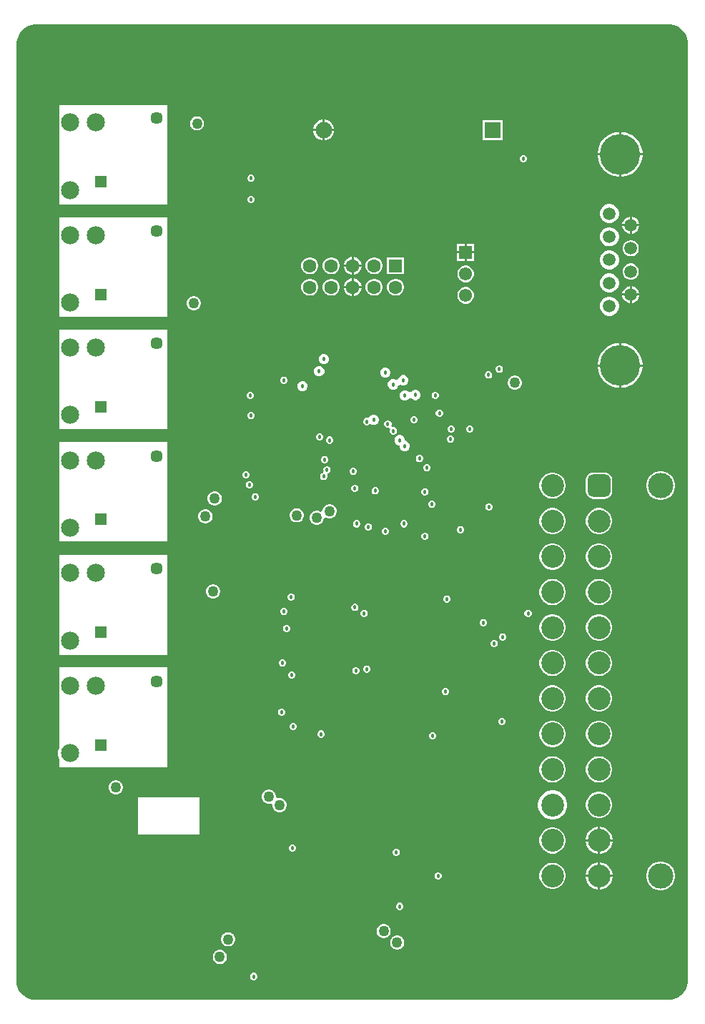
<source format=gbr>
%TF.GenerationSoftware,Altium Limited,Altium Designer,25.8.1 (18)*%
G04 Layer_Physical_Order=2*
G04 Layer_Color=16440176*
%FSLAX45Y45*%
%MOMM*%
%TF.SameCoordinates,031978D1-9D18-463A-8735-F8186BF7E524*%
%TF.FilePolarity,Positive*%
%TF.FileFunction,Copper,L2,Inr,Signal*%
%TF.Part,Single*%
G01*
G75*
%TA.AperFunction,ComponentPad*%
%ADD53C,1.45000*%
%ADD54C,2.15000*%
%ADD55R,1.45000X1.45000*%
%ADD56C,2.70000*%
G04:AMPARAMS|DCode=57|XSize=2.7mm|YSize=2.7mm|CornerRadius=0.675mm|HoleSize=0mm|Usage=FLASHONLY|Rotation=90.000|XOffset=0mm|YOffset=0mm|HoleType=Round|Shape=RoundedRectangle|*
%AMROUNDEDRECTD57*
21,1,2.70000,1.35000,0,0,90.0*
21,1,1.35000,2.70000,0,0,90.0*
1,1,1.35000,0.67500,0.67500*
1,1,1.35000,0.67500,-0.67500*
1,1,1.35000,-0.67500,-0.67500*
1,1,1.35000,-0.67500,0.67500*
%
%ADD57ROUNDEDRECTD57*%
%ADD58C,3.00000*%
%ADD59C,4.80000*%
%ADD60C,1.50000*%
%ADD61R,1.55000X1.55000*%
%ADD62C,1.95000*%
%ADD63C,1.60000*%
%ADD64C,1.55000*%
%ADD65R,1.60000X1.60000*%
%ADD66R,1.95000X1.95000*%
%TA.AperFunction,ViaPad*%
%ADD67C,0.45700*%
%ADD68C,1.27000*%
%ADD69C,5.00000*%
G36*
X7922535Y11635338D02*
X7964047Y11618143D01*
X8001407Y11593180D01*
X8033180Y11561407D01*
X8058143Y11524048D01*
X8075338Y11482535D01*
X8084104Y11438466D01*
Y11416000D01*
Y324000D01*
Y301534D01*
X8075338Y257465D01*
X8058143Y215953D01*
X8033180Y178593D01*
X8001407Y146820D01*
X7964048Y121857D01*
X7922535Y104662D01*
X7878466Y95896D01*
X350000D01*
X328912Y95896D01*
X287548Y104124D01*
X248584Y120264D01*
X213517Y143695D01*
X183695Y173517D01*
X160264Y208583D01*
X144124Y247548D01*
X135896Y288913D01*
Y310000D01*
Y11416000D01*
X135896Y11438466D01*
X144662Y11482535D01*
X161857Y11524047D01*
X186820Y11561407D01*
X218593Y11593180D01*
X255952Y11618143D01*
X297465Y11635338D01*
X341534Y11644104D01*
X7878466D01*
X7922535Y11635338D01*
D02*
G37*
%LPC*%
G36*
X3786219Y10514110D02*
X3782739D01*
Y10403910D01*
X3892939D01*
Y10407390D01*
X3884563Y10438648D01*
X3868383Y10466673D01*
X3845501Y10489555D01*
X3817476Y10505735D01*
X3786219Y10514110D01*
D02*
G37*
G36*
X3757339D02*
X3753859D01*
X3722601Y10505735D01*
X3694576Y10489555D01*
X3671694Y10466673D01*
X3655514Y10438648D01*
X3647139Y10407390D01*
Y10403910D01*
X3757339D01*
Y10514110D01*
D02*
G37*
G36*
X2280993Y10553500D02*
X2259007D01*
X2237770Y10547809D01*
X2218730Y10536817D01*
X2203183Y10521270D01*
X2192190Y10502230D01*
X2186500Y10480993D01*
Y10459007D01*
X2192190Y10437770D01*
X2203183Y10418730D01*
X2218730Y10403183D01*
X2237770Y10392190D01*
X2259007Y10386500D01*
X2280993D01*
X2302230Y10392190D01*
X2321270Y10403183D01*
X2336817Y10418730D01*
X2347810Y10437770D01*
X2353500Y10459007D01*
Y10480993D01*
X2347810Y10502230D01*
X2336817Y10521270D01*
X2321270Y10536817D01*
X2302230Y10547809D01*
X2280993Y10553500D01*
D02*
G37*
G36*
X5887539Y10508710D02*
X5652539D01*
Y10273710D01*
X5887539D01*
Y10508710D01*
D02*
G37*
G36*
X3892939Y10378510D02*
X3782739D01*
Y10268310D01*
X3786219D01*
X3817476Y10276686D01*
X3845501Y10292866D01*
X3868383Y10315748D01*
X3884563Y10343773D01*
X3892939Y10375030D01*
Y10378510D01*
D02*
G37*
G36*
X3757339D02*
X3647139D01*
Y10375030D01*
X3655514Y10343773D01*
X3671694Y10315748D01*
X3694576Y10292866D01*
X3722601Y10276686D01*
X3753859Y10268310D01*
X3757339D01*
Y10378510D01*
D02*
G37*
G36*
X7300926Y10369111D02*
X7292739D01*
Y10116410D01*
X7545439D01*
Y10124598D01*
X7538904Y10165859D01*
X7525995Y10205589D01*
X7507029Y10242811D01*
X7482475Y10276607D01*
X7452936Y10306146D01*
X7419139Y10330701D01*
X7381917Y10349666D01*
X7342187Y10362576D01*
X7300926Y10369111D01*
D02*
G37*
G36*
X7267339D02*
X7259152D01*
X7217891Y10362576D01*
X7178161Y10349666D01*
X7140939Y10330701D01*
X7107143Y10306146D01*
X7077603Y10276607D01*
X7053049Y10242811D01*
X7034083Y10205589D01*
X7021174Y10165859D01*
X7014639Y10124598D01*
Y10116410D01*
X7267339D01*
Y10369111D01*
D02*
G37*
G36*
X6142962Y10093984D02*
X6125915D01*
X6110166Y10087461D01*
X6098112Y10075407D01*
X6091589Y10059658D01*
Y10042611D01*
X6098112Y10026862D01*
X6110166Y10014808D01*
X6125915Y10008285D01*
X6142962D01*
X6158711Y10014808D01*
X6170765Y10026862D01*
X6177288Y10042611D01*
Y10059658D01*
X6170765Y10075407D01*
X6158711Y10087461D01*
X6142962Y10093984D01*
D02*
G37*
G36*
X7545439Y10091010D02*
X7292739D01*
Y9838311D01*
X7300926D01*
X7342187Y9844845D01*
X7381917Y9857755D01*
X7419139Y9876720D01*
X7452936Y9901275D01*
X7482475Y9930814D01*
X7507029Y9964610D01*
X7525995Y10001832D01*
X7538904Y10041563D01*
X7545439Y10082823D01*
Y10091010D01*
D02*
G37*
G36*
X7267339D02*
X7014639D01*
Y10082823D01*
X7021174Y10041563D01*
X7034083Y10001832D01*
X7053049Y9964610D01*
X7077603Y9930814D01*
X7107143Y9901275D01*
X7140939Y9876720D01*
X7178161Y9857755D01*
X7217891Y9844845D01*
X7259152Y9838311D01*
X7267339D01*
Y10091010D01*
D02*
G37*
G36*
X2918523Y9862850D02*
X2901477D01*
X2885728Y9856326D01*
X2873674Y9844272D01*
X2867150Y9828523D01*
Y9811476D01*
X2873674Y9795727D01*
X2885728Y9783674D01*
X2901477Y9777150D01*
X2918523D01*
X2934273Y9783674D01*
X2946326Y9795727D01*
X2952850Y9811476D01*
Y9828523D01*
X2946326Y9844272D01*
X2934273Y9856326D01*
X2918523Y9862850D01*
D02*
G37*
G36*
Y9612850D02*
X2901477D01*
X2885728Y9606326D01*
X2873674Y9594272D01*
X2867150Y9578523D01*
Y9561476D01*
X2873674Y9545727D01*
X2885728Y9533674D01*
X2901477Y9527150D01*
X2918523D01*
X2934273Y9533674D01*
X2946326Y9545727D01*
X2952850Y9561476D01*
Y9578523D01*
X2946326Y9594272D01*
X2934273Y9606326D01*
X2918523Y9612850D01*
D02*
G37*
G36*
X1920000Y10690000D02*
X640000D01*
Y9510000D01*
X1920000D01*
Y10690000D01*
D02*
G37*
G36*
X7167929Y9515310D02*
X7138149D01*
X7109384Y9507603D01*
X7083594Y9492713D01*
X7062537Y9471655D01*
X7047647Y9445866D01*
X7039939Y9417101D01*
Y9387321D01*
X7047647Y9358556D01*
X7062537Y9332766D01*
X7083594Y9311708D01*
X7109384Y9296818D01*
X7138149Y9289111D01*
X7167929D01*
X7196694Y9296818D01*
X7222484Y9311708D01*
X7243541Y9332766D01*
X7258431Y9358556D01*
X7266139Y9387321D01*
Y9417101D01*
X7258431Y9445866D01*
X7243541Y9471655D01*
X7222484Y9492713D01*
X7196694Y9507603D01*
X7167929Y9515310D01*
D02*
G37*
G36*
X7420257Y9365610D02*
X7419740D01*
Y9277911D01*
X7507439D01*
Y9278428D01*
X7500597Y9303964D01*
X7487379Y9326858D01*
X7468686Y9345551D01*
X7445792Y9358768D01*
X7420257Y9365610D01*
D02*
G37*
G36*
X7394340D02*
X7393821D01*
X7368286Y9358768D01*
X7345392Y9345551D01*
X7326699Y9326858D01*
X7313481Y9303964D01*
X7306639Y9278428D01*
Y9277911D01*
X7394340D01*
Y9365610D01*
D02*
G37*
G36*
X7507439Y9252511D02*
X7419740D01*
Y9164811D01*
X7420257D01*
X7445792Y9171653D01*
X7468686Y9184871D01*
X7487379Y9203564D01*
X7500597Y9226458D01*
X7507439Y9251993D01*
Y9252511D01*
D02*
G37*
G36*
X7394340D02*
X7306639D01*
Y9251993D01*
X7313481Y9226458D01*
X7326699Y9203564D01*
X7345392Y9184871D01*
X7368286Y9171653D01*
X7393821Y9164811D01*
X7394340D01*
Y9252511D01*
D02*
G37*
G36*
X7167929Y9241310D02*
X7138149D01*
X7109384Y9233603D01*
X7083594Y9218713D01*
X7062537Y9197655D01*
X7047647Y9171865D01*
X7039939Y9143100D01*
Y9113320D01*
X7047647Y9084555D01*
X7062537Y9058765D01*
X7083594Y9037708D01*
X7109384Y9022818D01*
X7138149Y9015110D01*
X7167929D01*
X7196694Y9022818D01*
X7222484Y9037708D01*
X7243541Y9058765D01*
X7258431Y9084555D01*
X7266139Y9113320D01*
Y9143100D01*
X7258431Y9171865D01*
X7243541Y9197655D01*
X7222484Y9218713D01*
X7196694Y9233603D01*
X7167929Y9241310D01*
D02*
G37*
G36*
X5552861Y9045690D02*
X5462661D01*
Y8955490D01*
X5552861D01*
Y9045690D01*
D02*
G37*
G36*
X5437261D02*
X5347061D01*
Y8955490D01*
X5437261D01*
Y9045690D01*
D02*
G37*
G36*
X7419546Y9086210D02*
X7394532D01*
X7370371Y9079736D01*
X7348708Y9067229D01*
X7331020Y9049541D01*
X7318513Y9027879D01*
X7312039Y9003717D01*
Y8978703D01*
X7318513Y8954542D01*
X7331020Y8932879D01*
X7348708Y8915192D01*
X7370371Y8902685D01*
X7394532Y8896211D01*
X7419546D01*
X7443707Y8902685D01*
X7465370Y8915192D01*
X7483058Y8932879D01*
X7495565Y8954542D01*
X7502039Y8978703D01*
Y9003717D01*
X7495565Y9027879D01*
X7483058Y9049541D01*
X7465370Y9067229D01*
X7443707Y9079736D01*
X7419546Y9086210D01*
D02*
G37*
G36*
X5552861Y8930090D02*
X5462661D01*
Y8839890D01*
X5552861D01*
Y8930090D01*
D02*
G37*
G36*
X5437261D02*
X5347061D01*
Y8839890D01*
X5437261D01*
Y8930090D01*
D02*
G37*
G36*
X4126415Y8890610D02*
X4125239D01*
Y8797909D01*
X4217939D01*
Y8799087D01*
X4210756Y8825893D01*
X4196880Y8849927D01*
X4177256Y8869551D01*
X4153222Y8883427D01*
X4126415Y8890610D01*
D02*
G37*
G36*
X4099839D02*
X4098663D01*
X4071856Y8883427D01*
X4047822Y8869551D01*
X4028198Y8849927D01*
X4014322Y8825893D01*
X4007139Y8799087D01*
Y8797909D01*
X4099839D01*
Y8890610D01*
D02*
G37*
G36*
X7167929Y8967310D02*
X7138149D01*
X7109384Y8959603D01*
X7083594Y8944713D01*
X7062537Y8923655D01*
X7047647Y8897865D01*
X7039939Y8869100D01*
Y8839320D01*
X7047647Y8810555D01*
X7062537Y8784766D01*
X7083594Y8763708D01*
X7109384Y8748818D01*
X7138149Y8741111D01*
X7167929D01*
X7196694Y8748818D01*
X7222484Y8763708D01*
X7243541Y8784766D01*
X7258431Y8810555D01*
X7266139Y8839320D01*
Y8869100D01*
X7258431Y8897865D01*
X7243541Y8923655D01*
X7222484Y8944713D01*
X7196694Y8959603D01*
X7167929Y8967310D01*
D02*
G37*
G36*
X4720539Y8885210D02*
X4520539D01*
Y8685210D01*
X4720539D01*
Y8885210D01*
D02*
G37*
G36*
X4379704D02*
X4353374D01*
X4327941Y8878395D01*
X4305138Y8865230D01*
X4286519Y8846611D01*
X4273354Y8823809D01*
X4266539Y8798376D01*
Y8772045D01*
X4273354Y8746612D01*
X4286519Y8723809D01*
X4305138Y8705191D01*
X4327941Y8692025D01*
X4353374Y8685210D01*
X4379704D01*
X4405137Y8692025D01*
X4427940Y8705191D01*
X4446559Y8723809D01*
X4459724Y8746612D01*
X4466539Y8772045D01*
Y8798376D01*
X4459724Y8823809D01*
X4446559Y8846611D01*
X4427940Y8865230D01*
X4405137Y8878395D01*
X4379704Y8885210D01*
D02*
G37*
G36*
X3871704D02*
X3845374D01*
X3819941Y8878395D01*
X3797138Y8865230D01*
X3778519Y8846611D01*
X3765354Y8823809D01*
X3758539Y8798376D01*
Y8772045D01*
X3765354Y8746612D01*
X3778519Y8723809D01*
X3797138Y8705191D01*
X3819941Y8692025D01*
X3845374Y8685210D01*
X3871704D01*
X3897137Y8692025D01*
X3919940Y8705191D01*
X3938559Y8723809D01*
X3951724Y8746612D01*
X3958539Y8772045D01*
Y8798376D01*
X3951724Y8823809D01*
X3938559Y8846611D01*
X3919940Y8865230D01*
X3897137Y8878395D01*
X3871704Y8885210D01*
D02*
G37*
G36*
X3617704D02*
X3591374D01*
X3565941Y8878395D01*
X3543138Y8865230D01*
X3524519Y8846611D01*
X3511354Y8823809D01*
X3504539Y8798376D01*
Y8772045D01*
X3511354Y8746612D01*
X3524519Y8723809D01*
X3543138Y8705191D01*
X3565941Y8692025D01*
X3591374Y8685210D01*
X3617704D01*
X3643137Y8692025D01*
X3665940Y8705191D01*
X3684559Y8723809D01*
X3697724Y8746612D01*
X3704539Y8772045D01*
Y8798376D01*
X3697724Y8823809D01*
X3684559Y8846611D01*
X3665940Y8865230D01*
X3643137Y8878395D01*
X3617704Y8885210D01*
D02*
G37*
G36*
X4217939Y8772509D02*
X4125239D01*
Y8679810D01*
X4126415D01*
X4153222Y8686993D01*
X4177256Y8700869D01*
X4196880Y8720493D01*
X4210756Y8744527D01*
X4217939Y8771334D01*
Y8772509D01*
D02*
G37*
G36*
X4099839D02*
X4007139D01*
Y8771334D01*
X4014322Y8744527D01*
X4028198Y8720493D01*
X4047822Y8700869D01*
X4071856Y8686993D01*
X4098663Y8679810D01*
X4099839D01*
Y8772509D01*
D02*
G37*
G36*
X7419546Y8812210D02*
X7394532D01*
X7370371Y8805736D01*
X7348708Y8793229D01*
X7331020Y8775542D01*
X7318513Y8753879D01*
X7312039Y8729717D01*
Y8704703D01*
X7318513Y8680542D01*
X7331020Y8658879D01*
X7348708Y8641192D01*
X7370371Y8628685D01*
X7394532Y8622211D01*
X7419546D01*
X7443707Y8628685D01*
X7465370Y8641192D01*
X7483058Y8658879D01*
X7495565Y8680542D01*
X7502039Y8704703D01*
Y8729717D01*
X7495565Y8753879D01*
X7483058Y8775542D01*
X7465370Y8793229D01*
X7443707Y8805736D01*
X7419546Y8812210D01*
D02*
G37*
G36*
X5462797Y8786290D02*
X5437125D01*
X5412327Y8779645D01*
X5390095Y8766809D01*
X5371942Y8748656D01*
X5359106Y8726424D01*
X5352461Y8701626D01*
Y8675954D01*
X5359106Y8651156D01*
X5371942Y8628924D01*
X5390095Y8610771D01*
X5412327Y8597935D01*
X5437125Y8591290D01*
X5462797D01*
X5487595Y8597935D01*
X5509827Y8610771D01*
X5527980Y8628924D01*
X5540816Y8651156D01*
X5547461Y8675954D01*
Y8701626D01*
X5540816Y8726424D01*
X5527980Y8748656D01*
X5509827Y8766809D01*
X5487595Y8779645D01*
X5462797Y8786290D01*
D02*
G37*
G36*
X4126415Y8636610D02*
X4125239D01*
Y8543909D01*
X4217939D01*
Y8545087D01*
X4210756Y8571893D01*
X4196880Y8595927D01*
X4177256Y8615551D01*
X4153222Y8629427D01*
X4126415Y8636610D01*
D02*
G37*
G36*
X4099839D02*
X4098663D01*
X4071856Y8629427D01*
X4047822Y8615551D01*
X4028198Y8595927D01*
X4014322Y8571893D01*
X4007139Y8545087D01*
Y8543909D01*
X4099839D01*
Y8636610D01*
D02*
G37*
G36*
X7167929Y8693310D02*
X7138149D01*
X7109384Y8685603D01*
X7083594Y8670713D01*
X7062537Y8649655D01*
X7047647Y8623865D01*
X7039939Y8595100D01*
Y8565320D01*
X7047647Y8536555D01*
X7062537Y8510766D01*
X7083594Y8489708D01*
X7109384Y8474818D01*
X7138149Y8467111D01*
X7167929D01*
X7196694Y8474818D01*
X7222484Y8489708D01*
X7243541Y8510766D01*
X7258431Y8536555D01*
X7266139Y8565320D01*
Y8595100D01*
X7258431Y8623865D01*
X7243541Y8649655D01*
X7222484Y8670713D01*
X7196694Y8685603D01*
X7167929Y8693310D01*
D02*
G37*
G36*
X7420257Y8543610D02*
X7419739D01*
Y8455910D01*
X7507439D01*
Y8456428D01*
X7500597Y8481963D01*
X7487379Y8504858D01*
X7468686Y8523550D01*
X7445792Y8536768D01*
X7420257Y8543610D01*
D02*
G37*
G36*
X7394339D02*
X7393821D01*
X7368286Y8536768D01*
X7345392Y8523550D01*
X7326699Y8504858D01*
X7313481Y8481963D01*
X7306639Y8456428D01*
Y8455910D01*
X7394339D01*
Y8543610D01*
D02*
G37*
G36*
X4633704Y8631210D02*
X4607374D01*
X4581941Y8624395D01*
X4559138Y8611230D01*
X4540519Y8592611D01*
X4527354Y8569809D01*
X4520539Y8544376D01*
Y8518045D01*
X4527354Y8492612D01*
X4540519Y8469809D01*
X4559138Y8451191D01*
X4581941Y8438025D01*
X4607374Y8431210D01*
X4633704D01*
X4659137Y8438025D01*
X4681940Y8451191D01*
X4700559Y8469809D01*
X4713724Y8492612D01*
X4720539Y8518045D01*
Y8544376D01*
X4713724Y8569809D01*
X4700559Y8592611D01*
X4681940Y8611230D01*
X4659137Y8624395D01*
X4633704Y8631210D01*
D02*
G37*
G36*
X4379704D02*
X4353374D01*
X4327941Y8624395D01*
X4305138Y8611230D01*
X4286519Y8592611D01*
X4273354Y8569809D01*
X4266539Y8544376D01*
Y8518045D01*
X4273354Y8492612D01*
X4286519Y8469809D01*
X4305138Y8451191D01*
X4327941Y8438025D01*
X4353374Y8431210D01*
X4379704D01*
X4405137Y8438025D01*
X4427940Y8451191D01*
X4446559Y8469809D01*
X4459724Y8492612D01*
X4466539Y8518045D01*
Y8544376D01*
X4459724Y8569809D01*
X4446559Y8592611D01*
X4427940Y8611230D01*
X4405137Y8624395D01*
X4379704Y8631210D01*
D02*
G37*
G36*
X3871704D02*
X3845374D01*
X3819941Y8624395D01*
X3797138Y8611230D01*
X3778519Y8592611D01*
X3765354Y8569809D01*
X3758539Y8544376D01*
Y8518045D01*
X3765354Y8492612D01*
X3778519Y8469809D01*
X3797138Y8451191D01*
X3819941Y8438025D01*
X3845374Y8431210D01*
X3871704D01*
X3897137Y8438025D01*
X3919940Y8451191D01*
X3938559Y8469809D01*
X3951724Y8492612D01*
X3958539Y8518045D01*
Y8544376D01*
X3951724Y8569809D01*
X3938559Y8592611D01*
X3919940Y8611230D01*
X3897137Y8624395D01*
X3871704Y8631210D01*
D02*
G37*
G36*
X3617704D02*
X3591374D01*
X3565941Y8624395D01*
X3543138Y8611230D01*
X3524519Y8592611D01*
X3511354Y8569809D01*
X3504539Y8544376D01*
Y8518045D01*
X3511354Y8492612D01*
X3524519Y8469809D01*
X3543138Y8451191D01*
X3565941Y8438025D01*
X3591374Y8431210D01*
X3617704D01*
X3643137Y8438025D01*
X3665940Y8451191D01*
X3684559Y8469809D01*
X3697724Y8492612D01*
X3704539Y8518045D01*
Y8544376D01*
X3697724Y8569809D01*
X3684559Y8592611D01*
X3665940Y8611230D01*
X3643137Y8624395D01*
X3617704Y8631210D01*
D02*
G37*
G36*
X4217939Y8518509D02*
X4125239D01*
Y8425810D01*
X4126415D01*
X4153222Y8432993D01*
X4177256Y8446869D01*
X4196880Y8466493D01*
X4210756Y8490527D01*
X4217939Y8517334D01*
Y8518509D01*
D02*
G37*
G36*
X4099839D02*
X4007139D01*
Y8517334D01*
X4014322Y8490527D01*
X4028198Y8466493D01*
X4047822Y8446869D01*
X4071856Y8432993D01*
X4098663Y8425810D01*
X4099839D01*
Y8518509D01*
D02*
G37*
G36*
X7507439Y8430510D02*
X7419739D01*
Y8342811D01*
X7420257D01*
X7445792Y8349653D01*
X7468686Y8362870D01*
X7487379Y8381563D01*
X7500597Y8404457D01*
X7507439Y8429993D01*
Y8430510D01*
D02*
G37*
G36*
X7394339D02*
X7306639D01*
Y8429993D01*
X7313481Y8404457D01*
X7326699Y8381563D01*
X7345392Y8362870D01*
X7368286Y8349653D01*
X7393821Y8342811D01*
X7394339D01*
Y8430510D01*
D02*
G37*
G36*
X5462797Y8532290D02*
X5437125D01*
X5412327Y8525645D01*
X5390095Y8512809D01*
X5371942Y8494656D01*
X5359106Y8472424D01*
X5352461Y8447626D01*
Y8421954D01*
X5359106Y8397156D01*
X5371942Y8374924D01*
X5390095Y8356771D01*
X5412327Y8343935D01*
X5437125Y8337290D01*
X5462797D01*
X5487595Y8343935D01*
X5509827Y8356771D01*
X5527980Y8374924D01*
X5540816Y8397156D01*
X5547461Y8421954D01*
Y8447626D01*
X5540816Y8472424D01*
X5527980Y8494656D01*
X5509827Y8512809D01*
X5487595Y8525645D01*
X5462797Y8532290D01*
D02*
G37*
G36*
X2240993Y8423500D02*
X2219007D01*
X2197770Y8417810D01*
X2178730Y8406817D01*
X2163183Y8391270D01*
X2152191Y8372230D01*
X2146500Y8350993D01*
Y8329007D01*
X2152191Y8307770D01*
X2163183Y8288730D01*
X2178730Y8273183D01*
X2197770Y8262190D01*
X2219007Y8256500D01*
X2240993D01*
X2262230Y8262190D01*
X2281270Y8273183D01*
X2296817Y8288730D01*
X2307810Y8307770D01*
X2313500Y8329007D01*
Y8350993D01*
X2307810Y8372230D01*
X2296817Y8391270D01*
X2281270Y8406817D01*
X2262230Y8417810D01*
X2240993Y8423500D01*
D02*
G37*
G36*
X7167929Y8419310D02*
X7138149D01*
X7109384Y8411603D01*
X7083594Y8396713D01*
X7062537Y8375655D01*
X7047647Y8349865D01*
X7039939Y8321100D01*
Y8291320D01*
X7047647Y8262555D01*
X7062537Y8236766D01*
X7083594Y8215708D01*
X7109384Y8200818D01*
X7138149Y8193111D01*
X7167929D01*
X7196694Y8200818D01*
X7222484Y8215708D01*
X7243541Y8236766D01*
X7258431Y8262555D01*
X7266139Y8291320D01*
Y8321100D01*
X7258431Y8349865D01*
X7243541Y8375655D01*
X7222484Y8396713D01*
X7196694Y8411603D01*
X7167929Y8419310D01*
D02*
G37*
G36*
X1920000Y9360000D02*
X640000D01*
Y8180000D01*
X1920000D01*
Y9360000D01*
D02*
G37*
G36*
X3782124Y7740950D02*
X3757876D01*
X3735475Y7731671D01*
X3718329Y7714525D01*
X3709050Y7692124D01*
Y7667876D01*
X3718329Y7645475D01*
X3735475Y7628329D01*
X3757876Y7619050D01*
X3782124D01*
X3804525Y7628329D01*
X3821671Y7645475D01*
X3830950Y7667876D01*
Y7692124D01*
X3821671Y7714525D01*
X3804525Y7731671D01*
X3782124Y7740950D01*
D02*
G37*
G36*
X7300926Y7870110D02*
X7292739D01*
Y7617410D01*
X7545439D01*
Y7625598D01*
X7538904Y7666858D01*
X7525995Y7706589D01*
X7507029Y7743811D01*
X7482475Y7777607D01*
X7452936Y7807146D01*
X7419139Y7831701D01*
X7381917Y7850666D01*
X7342187Y7863576D01*
X7300926Y7870110D01*
D02*
G37*
G36*
X7267339D02*
X7259152D01*
X7217891Y7863576D01*
X7178161Y7850666D01*
X7140939Y7831701D01*
X7107143Y7807146D01*
X7077603Y7777607D01*
X7053049Y7743811D01*
X7034083Y7706589D01*
X7021174Y7666858D01*
X7014639Y7625598D01*
Y7617410D01*
X7267339D01*
Y7870110D01*
D02*
G37*
G36*
X5858523Y7602850D02*
X5841477D01*
X5825727Y7596326D01*
X5813674Y7584273D01*
X5807150Y7568524D01*
Y7551477D01*
X5813674Y7535728D01*
X5825727Y7523674D01*
X5841477Y7517150D01*
X5858523D01*
X5874272Y7523674D01*
X5886326Y7535728D01*
X5892850Y7551477D01*
Y7568524D01*
X5886326Y7584273D01*
X5874272Y7596326D01*
X5858523Y7602850D01*
D02*
G37*
G36*
X3728176Y7595611D02*
X3703929D01*
X3681528Y7586332D01*
X3664382Y7569186D01*
X3655103Y7546785D01*
Y7522537D01*
X3664382Y7500136D01*
X3681528Y7482990D01*
X3703929Y7473711D01*
X3728176D01*
X3750578Y7482990D01*
X3767723Y7500136D01*
X3777003Y7522537D01*
Y7546785D01*
X3767723Y7569186D01*
X3750578Y7586332D01*
X3728176Y7595611D01*
D02*
G37*
G36*
X4512124Y7580950D02*
X4487876D01*
X4465475Y7571671D01*
X4448329Y7554525D01*
X4439050Y7532124D01*
Y7507876D01*
X4448329Y7485475D01*
X4465475Y7468329D01*
X4487876Y7459050D01*
X4512124D01*
X4534525Y7468329D01*
X4551671Y7485475D01*
X4560950Y7507876D01*
Y7532124D01*
X4551671Y7554525D01*
X4534525Y7571671D01*
X4512124Y7580950D01*
D02*
G37*
G36*
X5731070Y7534373D02*
X5714023D01*
X5698274Y7527849D01*
X5686220Y7515795D01*
X5679696Y7500046D01*
Y7483000D01*
X5686220Y7467250D01*
X5698274Y7455197D01*
X5714023Y7448673D01*
X5731070D01*
X5746819Y7455197D01*
X5758872Y7467250D01*
X5765396Y7483000D01*
Y7500046D01*
X5758872Y7515795D01*
X5746819Y7527849D01*
X5731070Y7534373D01*
D02*
G37*
G36*
X4722124Y7490950D02*
X4697876D01*
X4675475Y7481671D01*
X4658329Y7464525D01*
X4649050Y7442124D01*
X4625434Y7431671D01*
X4603033Y7440950D01*
X4578786D01*
X4556384Y7431671D01*
X4539239Y7414525D01*
X4529959Y7392124D01*
Y7367876D01*
X4539239Y7345475D01*
X4556384Y7328329D01*
X4578786Y7319050D01*
X4603033D01*
X4625434Y7328329D01*
X4642580Y7345475D01*
X4651859Y7367876D01*
X4675475Y7378329D01*
X4697876Y7369050D01*
X4722124D01*
X4744525Y7378329D01*
X4761671Y7395475D01*
X4770950Y7417876D01*
Y7442124D01*
X4761671Y7464525D01*
X4744525Y7481671D01*
X4722124Y7490950D01*
D02*
G37*
G36*
X3308523Y7472850D02*
X3291477D01*
X3275728Y7466326D01*
X3263674Y7454272D01*
X3257150Y7438523D01*
Y7421476D01*
X3263674Y7405727D01*
X3275728Y7393674D01*
X3291477Y7387150D01*
X3308523D01*
X3324272Y7393674D01*
X3336326Y7405727D01*
X3342850Y7421476D01*
Y7438523D01*
X3336326Y7454272D01*
X3324272Y7466326D01*
X3308523Y7472850D01*
D02*
G37*
G36*
X7545439Y7592010D02*
X7292739D01*
Y7339310D01*
X7300926D01*
X7342187Y7345845D01*
X7381917Y7358755D01*
X7419139Y7377720D01*
X7452936Y7402275D01*
X7482475Y7431814D01*
X7507029Y7465610D01*
X7525995Y7502832D01*
X7538904Y7542563D01*
X7545439Y7583823D01*
Y7592010D01*
D02*
G37*
G36*
X7267339D02*
X7014639D01*
Y7583823D01*
X7021174Y7542563D01*
X7034083Y7502832D01*
X7053049Y7465610D01*
X7077603Y7431814D01*
X7107143Y7402275D01*
X7140939Y7377720D01*
X7178161Y7358755D01*
X7217891Y7345845D01*
X7259152Y7339310D01*
X7267339D01*
Y7592010D01*
D02*
G37*
G36*
X6043637Y7482615D02*
X6021651D01*
X6000414Y7476925D01*
X5981374Y7465932D01*
X5965827Y7450385D01*
X5954834Y7431345D01*
X5949144Y7410108D01*
Y7388122D01*
X5954834Y7366885D01*
X5965827Y7347845D01*
X5981374Y7332298D01*
X6000414Y7321305D01*
X6021651Y7315615D01*
X6043637D01*
X6064874Y7321305D01*
X6083914Y7332298D01*
X6099461Y7347845D01*
X6110454Y7366885D01*
X6116144Y7388122D01*
Y7410108D01*
X6110454Y7431345D01*
X6099461Y7450385D01*
X6083914Y7465932D01*
X6064874Y7476925D01*
X6043637Y7482615D01*
D02*
G37*
G36*
X3532124Y7420950D02*
X3507876D01*
X3485475Y7411671D01*
X3468329Y7394525D01*
X3459050Y7372124D01*
Y7347876D01*
X3468329Y7325475D01*
X3485475Y7308329D01*
X3507876Y7299050D01*
X3532124D01*
X3554525Y7308329D01*
X3571671Y7325475D01*
X3580950Y7347876D01*
Y7372124D01*
X3571671Y7394525D01*
X3554525Y7411671D01*
X3532124Y7420950D01*
D02*
G37*
G36*
X4868176Y7315611D02*
X4843929D01*
X4821528Y7306332D01*
X4806398Y7291202D01*
X4798995Y7289203D01*
X4776924Y7289271D01*
X4764525Y7301671D01*
X4742124Y7310950D01*
X4717876D01*
X4695475Y7301671D01*
X4678329Y7284525D01*
X4669050Y7262124D01*
Y7237876D01*
X4678329Y7215475D01*
X4695475Y7198329D01*
X4717876Y7189050D01*
X4742124D01*
X4764525Y7198329D01*
X4779655Y7213459D01*
X4787058Y7215458D01*
X4809128Y7215390D01*
X4821528Y7202990D01*
X4843929Y7193711D01*
X4868176D01*
X4890578Y7202990D01*
X4907723Y7220136D01*
X4917003Y7242537D01*
Y7266785D01*
X4907723Y7289186D01*
X4890578Y7306332D01*
X4868176Y7315611D01*
D02*
G37*
G36*
X5098523Y7292850D02*
X5081477D01*
X5065727Y7286326D01*
X5053674Y7274272D01*
X5047150Y7258523D01*
Y7241477D01*
X5053674Y7225727D01*
X5065727Y7213674D01*
X5081477Y7207150D01*
X5098523D01*
X5114272Y7213674D01*
X5126326Y7225727D01*
X5132850Y7241477D01*
Y7258523D01*
X5126326Y7274272D01*
X5114272Y7286326D01*
X5098523Y7292850D01*
D02*
G37*
G36*
X2908524D02*
X2891477D01*
X2875728Y7286326D01*
X2863674Y7274272D01*
X2857150Y7258523D01*
Y7241477D01*
X2863674Y7225727D01*
X2875728Y7213674D01*
X2891477Y7207150D01*
X2908524D01*
X2924273Y7213674D01*
X2936326Y7225727D01*
X2942850Y7241477D01*
Y7258523D01*
X2936326Y7274272D01*
X2924273Y7286326D01*
X2908524Y7292850D01*
D02*
G37*
G36*
X5148523Y7082850D02*
X5131476D01*
X5115727Y7076326D01*
X5103674Y7064272D01*
X5097150Y7048523D01*
Y7031476D01*
X5103674Y7015727D01*
X5115727Y7003674D01*
X5131476Y6997150D01*
X5148523D01*
X5164272Y7003674D01*
X5176326Y7015727D01*
X5182850Y7031476D01*
Y7048523D01*
X5176326Y7064272D01*
X5164272Y7076326D01*
X5148523Y7082850D01*
D02*
G37*
G36*
X4373273Y7021911D02*
X4349026D01*
X4326624Y7012632D01*
X4309479Y6995487D01*
X4301942Y6977292D01*
X4288524Y6982850D01*
X4271477D01*
X4255728Y6976326D01*
X4243674Y6964273D01*
X4237150Y6948524D01*
Y6931477D01*
X4243674Y6915728D01*
X4255728Y6903674D01*
X4271477Y6897150D01*
X4288524D01*
X4304273Y6903674D01*
X4316326Y6915727D01*
X4324259Y6911656D01*
X4326624Y6909291D01*
X4349026Y6900012D01*
X4373273D01*
X4395675Y6909291D01*
X4412820Y6926436D01*
X4422099Y6948838D01*
Y6973085D01*
X4412820Y6995487D01*
X4395675Y7012632D01*
X4373273Y7021911D01*
D02*
G37*
G36*
X2918523Y7052850D02*
X2901477D01*
X2885728Y7046326D01*
X2873674Y7034272D01*
X2867150Y7018523D01*
Y7001476D01*
X2873674Y6985727D01*
X2885728Y6973674D01*
X2901477Y6967150D01*
X2918523D01*
X2934273Y6973674D01*
X2946326Y6985727D01*
X2952850Y7001476D01*
Y7018523D01*
X2946326Y7034272D01*
X2934273Y7046326D01*
X2918523Y7052850D01*
D02*
G37*
G36*
X4848523Y7002850D02*
X4831476D01*
X4815727Y6996326D01*
X4803674Y6984273D01*
X4797150Y6968524D01*
Y6951477D01*
X4803674Y6935728D01*
X4815727Y6923674D01*
X4831476Y6917150D01*
X4848523D01*
X4864272Y6923674D01*
X4876326Y6935728D01*
X4882850Y6951477D01*
Y6968524D01*
X4876326Y6984273D01*
X4864272Y6996326D01*
X4848523Y7002850D01*
D02*
G37*
G36*
X1920000Y8030000D02*
X640000D01*
Y7041291D01*
X638139Y7034347D01*
Y6999354D01*
X640000Y6992410D01*
Y6850000D01*
X1920000D01*
Y8030000D01*
D02*
G37*
G36*
X5508523Y6892850D02*
X5491476D01*
X5475727Y6886326D01*
X5463674Y6874273D01*
X5457150Y6858523D01*
Y6841477D01*
X5463674Y6825728D01*
X5475727Y6813674D01*
X5491476Y6807150D01*
X5508523D01*
X5524272Y6813674D01*
X5536326Y6825728D01*
X5542850Y6841477D01*
Y6858523D01*
X5536326Y6874273D01*
X5524272Y6886326D01*
X5508523Y6892850D01*
D02*
G37*
G36*
X5288524D02*
X5271477D01*
X5255728Y6886326D01*
X5243674Y6874273D01*
X5237150Y6858523D01*
Y6841477D01*
X5243674Y6825728D01*
X5255728Y6813674D01*
X5271477Y6807150D01*
X5288524D01*
X5304273Y6813674D01*
X5316326Y6825728D01*
X5322850Y6841477D01*
Y6858523D01*
X5316326Y6874273D01*
X5304273Y6886326D01*
X5288524Y6892850D01*
D02*
G37*
G36*
X4538524Y6952850D02*
X4521477D01*
X4505728Y6946326D01*
X4493674Y6934272D01*
X4487150Y6918523D01*
Y6901476D01*
X4493674Y6885727D01*
X4505728Y6873674D01*
X4521477Y6867150D01*
X4538524D01*
X4540255Y6867867D01*
X4541158Y6867246D01*
X4557169Y6847380D01*
X4553500Y6838524D01*
Y6821477D01*
X4560024Y6805728D01*
X4572077Y6793674D01*
X4587826Y6787150D01*
X4604873D01*
X4620622Y6793674D01*
X4632676Y6805728D01*
X4639200Y6821477D01*
Y6838524D01*
X4632676Y6854273D01*
X4620622Y6866326D01*
X4604873Y6872850D01*
X4587826D01*
X4586095Y6872133D01*
X4585192Y6872754D01*
X4569181Y6892620D01*
X4572850Y6901476D01*
Y6918523D01*
X4566326Y6934272D01*
X4554273Y6946326D01*
X4538524Y6952850D01*
D02*
G37*
G36*
X3728523Y6802850D02*
X3711476D01*
X3695727Y6796326D01*
X3683674Y6784272D01*
X3677150Y6768523D01*
Y6751476D01*
X3683674Y6735727D01*
X3695727Y6723674D01*
X3711476Y6717150D01*
X3728523D01*
X3744272Y6723674D01*
X3756326Y6735727D01*
X3762850Y6751476D01*
Y6768523D01*
X3756326Y6784272D01*
X3744272Y6796326D01*
X3728523Y6802850D01*
D02*
G37*
G36*
X5278523Y6772850D02*
X5261476D01*
X5245727Y6766326D01*
X5233674Y6754272D01*
X5227150Y6738523D01*
Y6721477D01*
X5233674Y6705728D01*
X5245727Y6693674D01*
X5261476Y6687150D01*
X5278523D01*
X5294272Y6693674D01*
X5306326Y6705728D01*
X5312850Y6721477D01*
Y6738523D01*
X5306326Y6754272D01*
X5294272Y6766326D01*
X5278523Y6772850D01*
D02*
G37*
G36*
X3848523Y6762850D02*
X3831476D01*
X3815727Y6756326D01*
X3803674Y6744273D01*
X3797150Y6728524D01*
Y6711477D01*
X3803674Y6695728D01*
X3815727Y6683674D01*
X3831476Y6677150D01*
X3848523D01*
X3864272Y6683674D01*
X3876326Y6695728D01*
X3882850Y6711477D01*
Y6728524D01*
X3876326Y6744273D01*
X3864272Y6756326D01*
X3848523Y6762850D01*
D02*
G37*
G36*
X4682124Y6780950D02*
X4657876D01*
X4635475Y6771671D01*
X4618329Y6754525D01*
X4609050Y6732124D01*
Y6707876D01*
X4618329Y6685475D01*
X4635475Y6668329D01*
X4657876Y6659050D01*
X4669050D01*
Y6638887D01*
X4678329Y6616486D01*
X4695475Y6599340D01*
X4717876Y6590061D01*
X4742124D01*
X4764525Y6599340D01*
X4781671Y6616486D01*
X4790950Y6638887D01*
Y6663135D01*
X4781671Y6685536D01*
X4764525Y6702682D01*
X4742124Y6711961D01*
X4730950D01*
Y6732124D01*
X4721671Y6754525D01*
X4704525Y6771671D01*
X4682124Y6780950D01*
D02*
G37*
G36*
X4913136Y6545018D02*
X4896090D01*
X4880341Y6538495D01*
X4868287Y6526441D01*
X4861763Y6510692D01*
Y6493645D01*
X4868287Y6477896D01*
X4880341Y6465842D01*
X4896090Y6459319D01*
X4913136D01*
X4928885Y6465842D01*
X4940939Y6477896D01*
X4947463Y6493645D01*
Y6510692D01*
X4940939Y6526441D01*
X4928885Y6538495D01*
X4913136Y6545018D01*
D02*
G37*
G36*
X3788524Y6532850D02*
X3771477D01*
X3755728Y6526326D01*
X3743674Y6514272D01*
X3737150Y6498523D01*
Y6481476D01*
X3743674Y6465727D01*
X3755728Y6453674D01*
X3771477Y6447150D01*
X3788524D01*
X3804273Y6453674D01*
X3816326Y6465727D01*
X3822850Y6481476D01*
Y6498523D01*
X3816326Y6514272D01*
X3804273Y6526326D01*
X3788524Y6532850D01*
D02*
G37*
G36*
X5001801Y6434017D02*
X4984754D01*
X4969005Y6427494D01*
X4956951Y6415440D01*
X4950428Y6399691D01*
Y6382644D01*
X4956951Y6366895D01*
X4969005Y6354841D01*
X4984754Y6348318D01*
X5001801D01*
X5017550Y6354841D01*
X5029604Y6366895D01*
X5036127Y6382644D01*
Y6399691D01*
X5029604Y6415440D01*
X5017550Y6427494D01*
X5001801Y6434017D01*
D02*
G37*
G36*
X4128523Y6392850D02*
X4111476D01*
X4095727Y6386326D01*
X4083674Y6374272D01*
X4077150Y6358523D01*
Y6341477D01*
X4083674Y6325728D01*
X4095727Y6313674D01*
X4111476Y6307150D01*
X4128523D01*
X4144272Y6313674D01*
X4156326Y6325728D01*
X4162850Y6341477D01*
Y6358523D01*
X4156326Y6374272D01*
X4144272Y6386326D01*
X4128523Y6392850D01*
D02*
G37*
G36*
X2858523Y6352850D02*
X2841476D01*
X2825727Y6346326D01*
X2813674Y6334273D01*
X2807150Y6318524D01*
Y6301477D01*
X2813674Y6285728D01*
X2825727Y6273674D01*
X2841476Y6267150D01*
X2858523D01*
X2874272Y6273674D01*
X2886326Y6285728D01*
X2892850Y6301477D01*
Y6318524D01*
X2886326Y6334273D01*
X2874272Y6346326D01*
X2858523Y6352850D01*
D02*
G37*
G36*
X3818523Y6412850D02*
X3801477D01*
X3785728Y6406326D01*
X3773674Y6394272D01*
X3767150Y6378523D01*
Y6361476D01*
X3768487Y6358250D01*
X3762471Y6336452D01*
X3754760Y6330068D01*
X3745728Y6326326D01*
X3733674Y6314273D01*
X3727150Y6298524D01*
Y6281477D01*
X3733674Y6265728D01*
X3745728Y6253674D01*
X3761477Y6247150D01*
X3778524D01*
X3794273Y6253674D01*
X3806326Y6265728D01*
X3812850Y6281477D01*
Y6298524D01*
X3811513Y6301750D01*
X3817530Y6323548D01*
X3825240Y6329932D01*
X3834272Y6333674D01*
X3846326Y6345727D01*
X3852850Y6361476D01*
Y6378523D01*
X3846326Y6394272D01*
X3834272Y6406326D01*
X3818523Y6412850D01*
D02*
G37*
G36*
X2898524Y6232850D02*
X2881477D01*
X2865728Y6226326D01*
X2853674Y6214273D01*
X2847150Y6198524D01*
Y6181477D01*
X2853674Y6165728D01*
X2865728Y6153674D01*
X2881477Y6147150D01*
X2898524D01*
X2914273Y6153674D01*
X2926326Y6165728D01*
X2932850Y6181477D01*
Y6198524D01*
X2926326Y6214273D01*
X2914273Y6226326D01*
X2898524Y6232850D01*
D02*
G37*
G36*
X4148524Y6192850D02*
X4131477D01*
X4115728Y6186326D01*
X4103674Y6174272D01*
X4097150Y6158523D01*
Y6141476D01*
X4103674Y6125727D01*
X4115728Y6113674D01*
X4131477Y6107150D01*
X4148524D01*
X4164273Y6113674D01*
X4176326Y6125727D01*
X4182850Y6141476D01*
Y6158523D01*
X4176326Y6174272D01*
X4164273Y6186326D01*
X4148524Y6192850D01*
D02*
G37*
G36*
X4388523Y6162850D02*
X4371476D01*
X4355727Y6156326D01*
X4343674Y6144272D01*
X4337150Y6128523D01*
Y6111476D01*
X4343674Y6095727D01*
X4355727Y6083674D01*
X4371476Y6077150D01*
X4388523D01*
X4404272Y6083674D01*
X4416326Y6095727D01*
X4422850Y6111476D01*
Y6128523D01*
X4416326Y6144272D01*
X4404272Y6156326D01*
X4388523Y6162850D01*
D02*
G37*
G36*
X4978523Y6152850D02*
X4961476D01*
X4945727Y6146326D01*
X4933674Y6134272D01*
X4927150Y6118523D01*
Y6101476D01*
X4933674Y6085727D01*
X4945727Y6073674D01*
X4961476Y6067150D01*
X4978523D01*
X4994272Y6073674D01*
X5006326Y6085727D01*
X5012850Y6101476D01*
Y6118523D01*
X5006326Y6134272D01*
X4994272Y6146326D01*
X4978523Y6152850D01*
D02*
G37*
G36*
X6495305Y6336211D02*
X6464773D01*
X6434827Y6330255D01*
X6406619Y6318570D01*
X6381232Y6301608D01*
X6359643Y6280018D01*
X6342680Y6254631D01*
X6330996Y6226423D01*
X6325039Y6196477D01*
Y6165945D01*
X6330996Y6135999D01*
X6342680Y6107791D01*
X6359643Y6082404D01*
X6381232Y6060815D01*
X6406619Y6043852D01*
X6434827Y6032168D01*
X6464773Y6026211D01*
X6495305D01*
X6525251Y6032168D01*
X6553459Y6043852D01*
X6578846Y6060815D01*
X6600436Y6082404D01*
X6617398Y6107791D01*
X6629082Y6135999D01*
X6635039Y6165945D01*
Y6196477D01*
X6629082Y6226423D01*
X6617398Y6254631D01*
X6600436Y6280018D01*
X6578846Y6301608D01*
X6553459Y6318570D01*
X6525251Y6330255D01*
X6495305Y6336211D01*
D02*
G37*
G36*
X7097539Y6336966D02*
X6962539D01*
X6939697Y6333959D01*
X6918411Y6325142D01*
X6900133Y6311117D01*
X6886108Y6292839D01*
X6877291Y6271553D01*
X6874284Y6248711D01*
Y6113711D01*
X6877291Y6090869D01*
X6886108Y6069583D01*
X6900133Y6051305D01*
X6918411Y6037280D01*
X6939697Y6028463D01*
X6962539Y6025456D01*
X7097539D01*
X7120381Y6028463D01*
X7141667Y6037280D01*
X7159945Y6051305D01*
X7173970Y6069583D01*
X7182787Y6090869D01*
X7185794Y6113711D01*
Y6248711D01*
X7182787Y6271553D01*
X7173970Y6292839D01*
X7159945Y6311117D01*
X7141667Y6325142D01*
X7120381Y6333959D01*
X7097539Y6336966D01*
D02*
G37*
G36*
X7776783Y6351211D02*
X7743296D01*
X7710452Y6344678D01*
X7679514Y6331863D01*
X7651670Y6313258D01*
X7627992Y6289579D01*
X7609387Y6261736D01*
X7596572Y6230798D01*
X7590039Y6197954D01*
Y6164467D01*
X7596572Y6131624D01*
X7609387Y6100686D01*
X7627992Y6072842D01*
X7651670Y6049163D01*
X7679514Y6030559D01*
X7710452Y6017744D01*
X7743296Y6011211D01*
X7776783D01*
X7809626Y6017744D01*
X7840564Y6030559D01*
X7868408Y6049163D01*
X7892087Y6072842D01*
X7910691Y6100686D01*
X7923506Y6131624D01*
X7930039Y6164467D01*
Y6197954D01*
X7923506Y6230798D01*
X7910691Y6261736D01*
X7892087Y6289579D01*
X7868408Y6313258D01*
X7840564Y6331863D01*
X7809626Y6344678D01*
X7776783Y6351211D01*
D02*
G37*
G36*
X2968523Y6092850D02*
X2951476D01*
X2935727Y6086326D01*
X2923674Y6074273D01*
X2917150Y6058524D01*
Y6041477D01*
X2923674Y6025728D01*
X2935727Y6013674D01*
X2951476Y6007150D01*
X2968523D01*
X2984272Y6013674D01*
X2996326Y6025728D01*
X3002850Y6041477D01*
Y6058524D01*
X2996326Y6074273D01*
X2984272Y6086326D01*
X2968523Y6092850D01*
D02*
G37*
G36*
X2490993Y6113500D02*
X2469007D01*
X2447770Y6107809D01*
X2428730Y6096817D01*
X2413183Y6081270D01*
X2402191Y6062230D01*
X2396500Y6040993D01*
Y6019007D01*
X2402191Y5997770D01*
X2413183Y5978730D01*
X2428730Y5963183D01*
X2447770Y5952190D01*
X2469007Y5946500D01*
X2490993D01*
X2512230Y5952190D01*
X2531270Y5963183D01*
X2546817Y5978730D01*
X2557810Y5997770D01*
X2563500Y6019007D01*
Y6040993D01*
X2557810Y6062230D01*
X2546817Y6081270D01*
X2531270Y6096817D01*
X2512230Y6107809D01*
X2490993Y6113500D01*
D02*
G37*
G36*
X5058524Y6002850D02*
X5041477D01*
X5025728Y5996326D01*
X5013674Y5984273D01*
X5007150Y5968523D01*
Y5951477D01*
X5013674Y5935728D01*
X5025728Y5923674D01*
X5041477Y5917150D01*
X5058524D01*
X5074273Y5923674D01*
X5086326Y5935728D01*
X5092850Y5951477D01*
Y5968523D01*
X5086326Y5984273D01*
X5074273Y5996326D01*
X5058524Y6002850D01*
D02*
G37*
G36*
X5734073Y5972850D02*
X5717026D01*
X5701277Y5966326D01*
X5689224Y5954273D01*
X5682700Y5938524D01*
Y5921477D01*
X5689224Y5905728D01*
X5701277Y5893674D01*
X5717026Y5887150D01*
X5734073D01*
X5749822Y5893674D01*
X5761876Y5905728D01*
X5768400Y5921477D01*
Y5938524D01*
X5761876Y5954273D01*
X5749822Y5966326D01*
X5734073Y5972850D01*
D02*
G37*
G36*
X3850993Y5963500D02*
X3829007D01*
X3807770Y5957809D01*
X3788730Y5946816D01*
X3773183Y5931270D01*
X3762190Y5912229D01*
X3756500Y5890993D01*
Y5885908D01*
X3755977Y5885253D01*
X3731100Y5872689D01*
X3722230Y5877810D01*
X3700993Y5883500D01*
X3679007D01*
X3657770Y5877810D01*
X3638730Y5866817D01*
X3623183Y5851270D01*
X3612190Y5832230D01*
X3606500Y5810993D01*
Y5789007D01*
X3612190Y5767770D01*
X3623183Y5748730D01*
X3638730Y5733183D01*
X3657770Y5722190D01*
X3679007Y5716500D01*
X3700993D01*
X3722230Y5722190D01*
X3741270Y5733183D01*
X3756817Y5748730D01*
X3767810Y5767770D01*
X3773500Y5789007D01*
Y5794091D01*
X3774023Y5794747D01*
X3798900Y5807311D01*
X3807770Y5802190D01*
X3829007Y5796500D01*
X3850993D01*
X3872230Y5802190D01*
X3891270Y5813183D01*
X3906817Y5828730D01*
X3917810Y5847770D01*
X3923500Y5869007D01*
Y5890993D01*
X3917810Y5912229D01*
X3906817Y5931270D01*
X3891270Y5946816D01*
X3872230Y5957809D01*
X3850993Y5963500D01*
D02*
G37*
G36*
X3460993Y5913500D02*
X3439007D01*
X3417770Y5907810D01*
X3398730Y5896817D01*
X3383183Y5881270D01*
X3372190Y5862230D01*
X3366500Y5840993D01*
Y5819007D01*
X3372190Y5797770D01*
X3383183Y5778730D01*
X3398730Y5763183D01*
X3417770Y5752190D01*
X3439007Y5746500D01*
X3460993D01*
X3482230Y5752190D01*
X3501270Y5763183D01*
X3516817Y5778730D01*
X3527810Y5797770D01*
X3533500Y5819007D01*
Y5840993D01*
X3527810Y5862230D01*
X3516817Y5881270D01*
X3501270Y5896817D01*
X3482230Y5907810D01*
X3460993Y5913500D01*
D02*
G37*
G36*
X2380993Y5903500D02*
X2359007D01*
X2337770Y5897810D01*
X2318730Y5886817D01*
X2303183Y5871270D01*
X2292190Y5852230D01*
X2286500Y5830993D01*
Y5809007D01*
X2292190Y5787770D01*
X2303183Y5768730D01*
X2318730Y5753183D01*
X2337770Y5742190D01*
X2359007Y5736500D01*
X2380993D01*
X2402230Y5742190D01*
X2421270Y5753183D01*
X2436817Y5768730D01*
X2447810Y5787770D01*
X2453500Y5809007D01*
Y5830993D01*
X2447810Y5852230D01*
X2436817Y5871270D01*
X2421270Y5886817D01*
X2402230Y5897810D01*
X2380993Y5903500D01*
D02*
G37*
G36*
X4728523Y5772850D02*
X4711476D01*
X4695727Y5766326D01*
X4683674Y5754272D01*
X4677150Y5738523D01*
Y5721476D01*
X4683674Y5705727D01*
X4695727Y5693674D01*
X4711476Y5687150D01*
X4728523D01*
X4744272Y5693674D01*
X4756326Y5705727D01*
X4762850Y5721476D01*
Y5738523D01*
X4756326Y5754272D01*
X4744272Y5766326D01*
X4728523Y5772850D01*
D02*
G37*
G36*
X4168524D02*
X4151477D01*
X4135728Y5766326D01*
X4123674Y5754272D01*
X4117150Y5738523D01*
Y5721476D01*
X4123674Y5705727D01*
X4135728Y5693674D01*
X4151477Y5687150D01*
X4168524D01*
X4184273Y5693674D01*
X4196326Y5705727D01*
X4202850Y5721476D01*
Y5738523D01*
X4196326Y5754272D01*
X4184273Y5766326D01*
X4168524Y5772850D01*
D02*
G37*
G36*
X4308524Y5732850D02*
X4291477D01*
X4275728Y5726326D01*
X4263674Y5714273D01*
X4257150Y5698524D01*
Y5681477D01*
X4263674Y5665728D01*
X4275728Y5653674D01*
X4291477Y5647150D01*
X4308524D01*
X4324273Y5653674D01*
X4336326Y5665728D01*
X4342850Y5681477D01*
Y5698524D01*
X4336326Y5714273D01*
X4324273Y5726326D01*
X4308524Y5732850D01*
D02*
G37*
G36*
X5398523Y5702850D02*
X5381476D01*
X5365727Y5696326D01*
X5353674Y5684273D01*
X5347150Y5668524D01*
Y5651477D01*
X5353674Y5635728D01*
X5365727Y5623674D01*
X5381476Y5617150D01*
X5398523D01*
X5414272Y5623674D01*
X5426326Y5635728D01*
X5432850Y5651477D01*
Y5668524D01*
X5426326Y5684273D01*
X5414272Y5696326D01*
X5398523Y5702850D01*
D02*
G37*
G36*
X6495305Y5916211D02*
X6464773D01*
X6434827Y5910255D01*
X6406619Y5898570D01*
X6381232Y5881608D01*
X6359643Y5860018D01*
X6342680Y5834631D01*
X6330996Y5806423D01*
X6325039Y5776477D01*
Y5745945D01*
X6330996Y5715999D01*
X6342680Y5687791D01*
X6359643Y5662404D01*
X6381232Y5640815D01*
X6406619Y5623852D01*
X6434827Y5612168D01*
X6464773Y5606211D01*
X6495305D01*
X6525251Y5612168D01*
X6553459Y5623852D01*
X6578846Y5640815D01*
X6600436Y5662404D01*
X6617398Y5687791D01*
X6629082Y5715999D01*
X6635039Y5745945D01*
Y5776477D01*
X6629082Y5806423D01*
X6617398Y5834631D01*
X6600436Y5860018D01*
X6578846Y5881608D01*
X6553459Y5898570D01*
X6525251Y5910255D01*
X6495305Y5916211D01*
D02*
G37*
G36*
X7045305Y5916211D02*
X7014773D01*
X6984827Y5910254D01*
X6956619Y5898570D01*
X6931232Y5881607D01*
X6909643Y5860018D01*
X6892680Y5834631D01*
X6880996Y5806423D01*
X6875039Y5776477D01*
Y5745945D01*
X6880996Y5715999D01*
X6892680Y5687791D01*
X6909643Y5662404D01*
X6931232Y5640814D01*
X6956619Y5623852D01*
X6984827Y5612168D01*
X7014773Y5606211D01*
X7045305D01*
X7075251Y5612168D01*
X7103459Y5623852D01*
X7128846Y5640814D01*
X7150436Y5662404D01*
X7167398Y5687791D01*
X7179082Y5715999D01*
X7185039Y5745945D01*
Y5776477D01*
X7179082Y5806423D01*
X7167398Y5834631D01*
X7150436Y5860018D01*
X7128846Y5881607D01*
X7103459Y5898570D01*
X7075251Y5910254D01*
X7045305Y5916211D01*
D02*
G37*
G36*
X4508523Y5682850D02*
X4491476D01*
X4475727Y5676326D01*
X4463674Y5664272D01*
X4457150Y5648523D01*
Y5631476D01*
X4463674Y5615727D01*
X4475727Y5603674D01*
X4491476Y5597150D01*
X4508523D01*
X4524272Y5603674D01*
X4536326Y5615727D01*
X4542850Y5631476D01*
Y5648523D01*
X4536326Y5664272D01*
X4524272Y5676326D01*
X4508523Y5682850D01*
D02*
G37*
G36*
X4978523Y5622850D02*
X4961476D01*
X4945727Y5616326D01*
X4933674Y5604273D01*
X4927150Y5588523D01*
Y5571477D01*
X4933674Y5555728D01*
X4945727Y5543674D01*
X4961476Y5537150D01*
X4978523D01*
X4994272Y5543674D01*
X5006326Y5555728D01*
X5012850Y5571477D01*
Y5588523D01*
X5006326Y5604273D01*
X4994272Y5616326D01*
X4978523Y5622850D01*
D02*
G37*
G36*
X1920000Y6700000D02*
X640000D01*
Y5520000D01*
X1920000D01*
Y6700000D01*
D02*
G37*
G36*
X6495305Y5496211D02*
X6464773D01*
X6434827Y5490255D01*
X6406619Y5478570D01*
X6381232Y5461608D01*
X6359643Y5440018D01*
X6342680Y5414631D01*
X6330996Y5386423D01*
X6325039Y5356477D01*
Y5325945D01*
X6330996Y5296000D01*
X6342680Y5267791D01*
X6359643Y5242405D01*
X6381232Y5220815D01*
X6406619Y5203852D01*
X6434827Y5192168D01*
X6464773Y5186211D01*
X6495305D01*
X6525251Y5192168D01*
X6553459Y5203852D01*
X6578846Y5220815D01*
X6600436Y5242405D01*
X6617398Y5267791D01*
X6629082Y5296000D01*
X6635039Y5325945D01*
Y5356477D01*
X6629082Y5386423D01*
X6617398Y5414631D01*
X6600436Y5440018D01*
X6578846Y5461608D01*
X6553459Y5478570D01*
X6525251Y5490255D01*
X6495305Y5496211D01*
D02*
G37*
G36*
X7045305Y5496211D02*
X7014773D01*
X6984827Y5490254D01*
X6956619Y5478570D01*
X6931232Y5461608D01*
X6909643Y5440018D01*
X6892680Y5414631D01*
X6880996Y5386423D01*
X6875039Y5356477D01*
Y5325945D01*
X6880996Y5295999D01*
X6892680Y5267791D01*
X6909643Y5242404D01*
X6931232Y5220815D01*
X6956619Y5203852D01*
X6984827Y5192168D01*
X7014773Y5186211D01*
X7045305D01*
X7075251Y5192168D01*
X7103459Y5203852D01*
X7128846Y5220815D01*
X7150436Y5242404D01*
X7167398Y5267791D01*
X7179082Y5295999D01*
X7185039Y5325945D01*
Y5356477D01*
X7179082Y5386423D01*
X7167398Y5414631D01*
X7150436Y5440018D01*
X7128846Y5461608D01*
X7103459Y5478570D01*
X7075251Y5490254D01*
X7045305Y5496211D01*
D02*
G37*
G36*
X2470993Y5013500D02*
X2449007D01*
X2427770Y5007810D01*
X2408730Y4996817D01*
X2393183Y4981270D01*
X2382190Y4962230D01*
X2376500Y4940993D01*
Y4919007D01*
X2382190Y4897770D01*
X2393183Y4878730D01*
X2408730Y4863183D01*
X2427770Y4852190D01*
X2449007Y4846500D01*
X2470993D01*
X2492230Y4852190D01*
X2511270Y4863183D01*
X2526817Y4878730D01*
X2537810Y4897770D01*
X2543500Y4919007D01*
Y4940993D01*
X2537810Y4962230D01*
X2526817Y4981270D01*
X2511270Y4996817D01*
X2492230Y5007810D01*
X2470993Y5013500D01*
D02*
G37*
G36*
X3393753Y4906059D02*
X3376706D01*
X3360957Y4899535D01*
X3348904Y4887481D01*
X3342380Y4871732D01*
Y4854685D01*
X3348904Y4838936D01*
X3360957Y4826882D01*
X3376706Y4820359D01*
X3393753D01*
X3409502Y4826882D01*
X3421556Y4838936D01*
X3428080Y4854685D01*
Y4871732D01*
X3421556Y4887481D01*
X3409502Y4899535D01*
X3393753Y4906059D01*
D02*
G37*
G36*
X5238523Y4882850D02*
X5221476D01*
X5205727Y4876326D01*
X5193674Y4864272D01*
X5187150Y4848523D01*
Y4831476D01*
X5193674Y4815727D01*
X5205727Y4803674D01*
X5221476Y4797150D01*
X5238523D01*
X5254272Y4803674D01*
X5266326Y4815727D01*
X5272850Y4831476D01*
Y4848523D01*
X5266326Y4864272D01*
X5254272Y4876326D01*
X5238523Y4882850D01*
D02*
G37*
G36*
X7045305Y5076211D02*
X7014773D01*
X6984827Y5070255D01*
X6956619Y5058570D01*
X6931232Y5041608D01*
X6909643Y5020018D01*
X6892680Y4994631D01*
X6880996Y4966423D01*
X6875039Y4936477D01*
Y4905945D01*
X6880996Y4875999D01*
X6892680Y4847791D01*
X6909643Y4822404D01*
X6931232Y4800815D01*
X6956619Y4783852D01*
X6984827Y4772168D01*
X7014773Y4766211D01*
X7045305D01*
X7075251Y4772168D01*
X7103459Y4783852D01*
X7128846Y4800815D01*
X7150436Y4822404D01*
X7167398Y4847791D01*
X7179082Y4875999D01*
X7185039Y4905945D01*
Y4936477D01*
X7179082Y4966423D01*
X7167398Y4994631D01*
X7150436Y5020018D01*
X7128846Y5041608D01*
X7103459Y5058570D01*
X7075251Y5070255D01*
X7045305Y5076211D01*
D02*
G37*
G36*
X6495305D02*
X6464773D01*
X6434827Y5070255D01*
X6406619Y5058570D01*
X6381232Y5041608D01*
X6359643Y5020018D01*
X6342680Y4994631D01*
X6330996Y4966423D01*
X6325039Y4936477D01*
Y4905945D01*
X6330996Y4875999D01*
X6342680Y4847791D01*
X6359643Y4822404D01*
X6381232Y4800815D01*
X6406619Y4783852D01*
X6434827Y4772168D01*
X6464773Y4766211D01*
X6495305D01*
X6525251Y4772168D01*
X6553459Y4783852D01*
X6578846Y4800815D01*
X6600436Y4822404D01*
X6617398Y4847791D01*
X6629082Y4875999D01*
X6635039Y4905945D01*
Y4936477D01*
X6629082Y4966423D01*
X6617398Y4994631D01*
X6600436Y5020018D01*
X6578846Y5041608D01*
X6553459Y5058570D01*
X6525251Y5070255D01*
X6495305Y5076211D01*
D02*
G37*
G36*
X4148524Y4782850D02*
X4131477D01*
X4115728Y4776326D01*
X4103674Y4764272D01*
X4097150Y4748523D01*
Y4731476D01*
X4103674Y4715727D01*
X4115728Y4703674D01*
X4131477Y4697150D01*
X4148524D01*
X4164273Y4703674D01*
X4176326Y4715727D01*
X4182850Y4731476D01*
Y4748523D01*
X4176326Y4764272D01*
X4164273Y4776326D01*
X4148524Y4782850D01*
D02*
G37*
G36*
X3308523Y4732850D02*
X3291477D01*
X3275728Y4726326D01*
X3263674Y4714273D01*
X3257150Y4698523D01*
Y4681477D01*
X3263674Y4665728D01*
X3275728Y4653674D01*
X3291477Y4647150D01*
X3308523D01*
X3324272Y4653674D01*
X3336326Y4665728D01*
X3342850Y4681477D01*
Y4698523D01*
X3336326Y4714273D01*
X3324272Y4726326D01*
X3308523Y4732850D01*
D02*
G37*
G36*
X6198524Y4712850D02*
X6181477D01*
X6165728Y4706326D01*
X6153674Y4694273D01*
X6147150Y4678524D01*
Y4661477D01*
X6153674Y4645728D01*
X6165728Y4633674D01*
X6181477Y4627150D01*
X6198524D01*
X6214273Y4633674D01*
X6226326Y4645728D01*
X6232850Y4661477D01*
Y4678524D01*
X6226326Y4694273D01*
X6214273Y4706326D01*
X6198524Y4712850D01*
D02*
G37*
G36*
X4258523D02*
X4241476D01*
X4225727Y4706326D01*
X4213674Y4694273D01*
X4207150Y4678524D01*
Y4661477D01*
X4213674Y4645728D01*
X4225727Y4633674D01*
X4241476Y4627150D01*
X4258523D01*
X4274272Y4633674D01*
X4286326Y4645728D01*
X4292850Y4661477D01*
Y4678524D01*
X4286326Y4694273D01*
X4274272Y4706326D01*
X4258523Y4712850D01*
D02*
G37*
G36*
X5668524Y4602850D02*
X5651477D01*
X5635728Y4596326D01*
X5623674Y4584273D01*
X5617150Y4568524D01*
Y4551477D01*
X5623674Y4535728D01*
X5635728Y4523674D01*
X5651477Y4517150D01*
X5668524D01*
X5684273Y4523674D01*
X5696326Y4535728D01*
X5702850Y4551477D01*
Y4568524D01*
X5696326Y4584273D01*
X5684273Y4596326D01*
X5668524Y4602850D01*
D02*
G37*
G36*
X3338523Y4532850D02*
X3321476D01*
X3305727Y4526326D01*
X3293674Y4514272D01*
X3287150Y4498523D01*
Y4481476D01*
X3293674Y4465727D01*
X3305727Y4453674D01*
X3321476Y4447150D01*
X3338523D01*
X3354272Y4453674D01*
X3366326Y4465727D01*
X3372850Y4481476D01*
Y4498523D01*
X3366326Y4514272D01*
X3354272Y4526326D01*
X3338523Y4532850D01*
D02*
G37*
G36*
X5898523Y4432850D02*
X5881476D01*
X5865727Y4426326D01*
X5853674Y4414273D01*
X5847150Y4398524D01*
Y4381477D01*
X5853674Y4365728D01*
X5865727Y4353674D01*
X5881476Y4347150D01*
X5898523D01*
X5914272Y4353674D01*
X5926326Y4365728D01*
X5932850Y4381477D01*
Y4398524D01*
X5926326Y4414273D01*
X5914272Y4426326D01*
X5898523Y4432850D01*
D02*
G37*
G36*
X7045305Y4656211D02*
X7014773D01*
X6984827Y4650255D01*
X6956619Y4638570D01*
X6931232Y4621608D01*
X6909643Y4600018D01*
X6892680Y4574631D01*
X6880996Y4546423D01*
X6875039Y4516477D01*
Y4485945D01*
X6880996Y4455999D01*
X6892680Y4427791D01*
X6909643Y4402404D01*
X6931232Y4380815D01*
X6956619Y4363852D01*
X6984827Y4352168D01*
X7014773Y4346211D01*
X7045305D01*
X7075251Y4352168D01*
X7103459Y4363852D01*
X7128846Y4380815D01*
X7150436Y4402404D01*
X7167398Y4427791D01*
X7179082Y4455999D01*
X7185039Y4485945D01*
Y4516477D01*
X7179082Y4546423D01*
X7167398Y4574631D01*
X7150436Y4600018D01*
X7128846Y4621608D01*
X7103459Y4638570D01*
X7075251Y4650255D01*
X7045305Y4656211D01*
D02*
G37*
G36*
X6495305D02*
X6464773D01*
X6434827Y4650255D01*
X6406619Y4638570D01*
X6381232Y4621608D01*
X6359643Y4600018D01*
X6342680Y4574631D01*
X6330996Y4546423D01*
X6325039Y4516477D01*
Y4485945D01*
X6330996Y4455999D01*
X6342680Y4427791D01*
X6359643Y4402404D01*
X6381232Y4380815D01*
X6406619Y4363852D01*
X6434827Y4352168D01*
X6464773Y4346211D01*
X6495305D01*
X6525251Y4352168D01*
X6553459Y4363852D01*
X6578846Y4380815D01*
X6600436Y4402404D01*
X6617398Y4427791D01*
X6629082Y4455999D01*
X6635039Y4485945D01*
Y4516477D01*
X6629082Y4546423D01*
X6617398Y4574631D01*
X6600436Y4600018D01*
X6578846Y4621608D01*
X6553459Y4638570D01*
X6525251Y4650255D01*
X6495305Y4656211D01*
D02*
G37*
G36*
X5798524Y4352850D02*
X5781477D01*
X5765728Y4346326D01*
X5753674Y4334273D01*
X5747150Y4318523D01*
Y4301477D01*
X5753674Y4285728D01*
X5765728Y4273674D01*
X5781477Y4267150D01*
X5798524D01*
X5814273Y4273674D01*
X5826326Y4285728D01*
X5832850Y4301477D01*
Y4318523D01*
X5826326Y4334273D01*
X5814273Y4346326D01*
X5798524Y4352850D01*
D02*
G37*
G36*
X1920000Y5360000D02*
X640000D01*
Y4180000D01*
X1920000D01*
Y5360000D01*
D02*
G37*
G36*
X3288524Y4122850D02*
X3271477D01*
X3255728Y4116326D01*
X3243674Y4104272D01*
X3237150Y4088523D01*
Y4071476D01*
X3243674Y4055727D01*
X3255728Y4043674D01*
X3271477Y4037150D01*
X3288524D01*
X3304273Y4043674D01*
X3316326Y4055727D01*
X3322850Y4071476D01*
Y4088523D01*
X3316326Y4104272D01*
X3304273Y4116326D01*
X3288524Y4122850D01*
D02*
G37*
G36*
X4288524Y4052850D02*
X4271477D01*
X4255728Y4046326D01*
X4243674Y4034273D01*
X4237150Y4018524D01*
Y4001477D01*
X4243674Y3985728D01*
X4255728Y3973674D01*
X4271477Y3967150D01*
X4288524D01*
X4304273Y3973674D01*
X4316326Y3985728D01*
X4322850Y4001477D01*
Y4018524D01*
X4316326Y4034273D01*
X4304273Y4046326D01*
X4288524Y4052850D01*
D02*
G37*
G36*
X4158524Y4032850D02*
X4141477D01*
X4125728Y4026326D01*
X4113674Y4014272D01*
X4107150Y3998523D01*
Y3981476D01*
X4113674Y3965727D01*
X4125728Y3953674D01*
X4141477Y3947150D01*
X4158524D01*
X4174273Y3953674D01*
X4186326Y3965727D01*
X4192850Y3981476D01*
Y3998523D01*
X4186326Y4014272D01*
X4174273Y4026326D01*
X4158524Y4032850D01*
D02*
G37*
G36*
X7045305Y4236211D02*
X7014773D01*
X6984827Y4230255D01*
X6956619Y4218570D01*
X6931232Y4201608D01*
X6909643Y4180018D01*
X6892680Y4154631D01*
X6880996Y4126423D01*
X6875039Y4096477D01*
Y4065945D01*
X6880996Y4036000D01*
X6892680Y4007791D01*
X6909643Y3982405D01*
X6931232Y3960815D01*
X6956619Y3943852D01*
X6984827Y3932168D01*
X7014773Y3926211D01*
X7045305D01*
X7075251Y3932168D01*
X7103459Y3943852D01*
X7128846Y3960815D01*
X7150436Y3982405D01*
X7167398Y4007791D01*
X7179082Y4036000D01*
X7185039Y4065945D01*
Y4096477D01*
X7179082Y4126423D01*
X7167398Y4154631D01*
X7150436Y4180018D01*
X7128846Y4201608D01*
X7103459Y4218570D01*
X7075251Y4230255D01*
X7045305Y4236211D01*
D02*
G37*
G36*
X6495305D02*
X6464773D01*
X6434827Y4230255D01*
X6406619Y4218570D01*
X6381232Y4201608D01*
X6359643Y4180018D01*
X6342680Y4154631D01*
X6330996Y4126423D01*
X6325039Y4096477D01*
Y4065945D01*
X6330996Y4036000D01*
X6342680Y4007791D01*
X6359643Y3982405D01*
X6381232Y3960815D01*
X6406619Y3943852D01*
X6434827Y3932168D01*
X6464773Y3926211D01*
X6495305D01*
X6525251Y3932168D01*
X6553459Y3943852D01*
X6578846Y3960815D01*
X6600436Y3982405D01*
X6617398Y4007791D01*
X6629082Y4036000D01*
X6635039Y4065945D01*
Y4096477D01*
X6629082Y4126423D01*
X6617398Y4154631D01*
X6600436Y4180018D01*
X6578846Y4201608D01*
X6553459Y4218570D01*
X6525251Y4230255D01*
X6495305Y4236211D01*
D02*
G37*
G36*
X3398524Y3982850D02*
X3381477D01*
X3365728Y3976326D01*
X3353674Y3964272D01*
X3347150Y3948523D01*
Y3931477D01*
X3353674Y3915727D01*
X3365728Y3903674D01*
X3381477Y3897150D01*
X3398524D01*
X3414273Y3903674D01*
X3426326Y3915727D01*
X3432850Y3931477D01*
Y3948523D01*
X3426326Y3964272D01*
X3414273Y3976326D01*
X3398524Y3982850D01*
D02*
G37*
G36*
X5221070Y3784373D02*
X5204023D01*
X5188274Y3777849D01*
X5176220Y3765795D01*
X5169696Y3750046D01*
Y3732999D01*
X5176220Y3717250D01*
X5188274Y3705197D01*
X5204023Y3698673D01*
X5221070D01*
X5236819Y3705197D01*
X5248872Y3717250D01*
X5255396Y3732999D01*
Y3750046D01*
X5248872Y3765795D01*
X5236819Y3777849D01*
X5221070Y3784373D01*
D02*
G37*
G36*
X7045305Y3816211D02*
X7014773D01*
X6984827Y3810255D01*
X6956619Y3798571D01*
X6931232Y3781608D01*
X6909643Y3760018D01*
X6892680Y3734631D01*
X6880996Y3706423D01*
X6875039Y3676478D01*
Y3645945D01*
X6880996Y3616000D01*
X6892680Y3587791D01*
X6909643Y3562405D01*
X6931232Y3540815D01*
X6956619Y3523852D01*
X6984827Y3512168D01*
X7014773Y3506211D01*
X7045305D01*
X7075251Y3512168D01*
X7103459Y3523852D01*
X7128846Y3540815D01*
X7150436Y3562405D01*
X7167398Y3587791D01*
X7179082Y3616000D01*
X7185039Y3645945D01*
Y3676478D01*
X7179082Y3706423D01*
X7167398Y3734631D01*
X7150436Y3760018D01*
X7128846Y3781608D01*
X7103459Y3798571D01*
X7075251Y3810255D01*
X7045305Y3816211D01*
D02*
G37*
G36*
X6495305Y3816211D02*
X6464773D01*
X6434827Y3810255D01*
X6406619Y3798570D01*
X6381232Y3781608D01*
X6359643Y3760018D01*
X6342680Y3734631D01*
X6330996Y3706423D01*
X6325039Y3676477D01*
Y3645945D01*
X6330996Y3615999D01*
X6342680Y3587791D01*
X6359643Y3562404D01*
X6381232Y3540815D01*
X6406619Y3523852D01*
X6434827Y3512168D01*
X6464773Y3506211D01*
X6495305D01*
X6525251Y3512168D01*
X6553459Y3523852D01*
X6578846Y3540815D01*
X6600436Y3562404D01*
X6617398Y3587791D01*
X6629082Y3615999D01*
X6635039Y3645945D01*
Y3676477D01*
X6629082Y3706423D01*
X6617398Y3734631D01*
X6600436Y3760018D01*
X6578846Y3781608D01*
X6553459Y3798570D01*
X6525251Y3810255D01*
X6495305Y3816211D01*
D02*
G37*
G36*
X3278524Y3542850D02*
X3261477D01*
X3245728Y3536326D01*
X3233674Y3524272D01*
X3227150Y3508523D01*
Y3491476D01*
X3233674Y3475727D01*
X3245728Y3463674D01*
X3261477Y3457150D01*
X3278524D01*
X3294273Y3463674D01*
X3306326Y3475727D01*
X3312850Y3491476D01*
Y3508523D01*
X3306326Y3524272D01*
X3294273Y3536326D01*
X3278524Y3542850D01*
D02*
G37*
G36*
X5888523Y3432850D02*
X5871476D01*
X5855727Y3426326D01*
X5843674Y3414273D01*
X5837150Y3398524D01*
Y3381477D01*
X5843674Y3365728D01*
X5855727Y3353674D01*
X5871476Y3347150D01*
X5888523D01*
X5904272Y3353674D01*
X5916326Y3365728D01*
X5922850Y3381477D01*
Y3398524D01*
X5916326Y3414273D01*
X5904272Y3426326D01*
X5888523Y3432850D01*
D02*
G37*
G36*
X3418524Y3372850D02*
X3401477D01*
X3385728Y3366326D01*
X3373674Y3354272D01*
X3367150Y3338523D01*
Y3321476D01*
X3373674Y3305727D01*
X3385728Y3293674D01*
X3401477Y3287150D01*
X3418524D01*
X3434273Y3293674D01*
X3446326Y3305727D01*
X3452850Y3321476D01*
Y3338523D01*
X3446326Y3354272D01*
X3434273Y3366326D01*
X3418524Y3372850D01*
D02*
G37*
G36*
X3748523Y3282850D02*
X3731476D01*
X3715727Y3276326D01*
X3703674Y3264273D01*
X3697150Y3248524D01*
Y3231477D01*
X3703674Y3215728D01*
X3715727Y3203674D01*
X3731476Y3197150D01*
X3748523D01*
X3764272Y3203674D01*
X3776326Y3215728D01*
X3782850Y3231477D01*
Y3248524D01*
X3776326Y3264273D01*
X3764272Y3276326D01*
X3748523Y3282850D01*
D02*
G37*
G36*
X5068524Y3262850D02*
X5051477D01*
X5035728Y3256326D01*
X5023674Y3244272D01*
X5017150Y3228523D01*
Y3211476D01*
X5023674Y3195727D01*
X5035728Y3183674D01*
X5051477Y3177150D01*
X5068524D01*
X5084273Y3183674D01*
X5096326Y3195727D01*
X5102850Y3211476D01*
Y3228523D01*
X5096326Y3244272D01*
X5084273Y3256326D01*
X5068524Y3262850D01*
D02*
G37*
G36*
X7045305Y3396211D02*
X7014773D01*
X6984827Y3390255D01*
X6956619Y3378571D01*
X6931232Y3361608D01*
X6909643Y3340018D01*
X6892680Y3314631D01*
X6880996Y3286423D01*
X6875039Y3256478D01*
Y3225945D01*
X6880996Y3196000D01*
X6892680Y3167791D01*
X6909643Y3142405D01*
X6931232Y3120815D01*
X6956619Y3103852D01*
X6984827Y3092168D01*
X7014773Y3086212D01*
X7045305D01*
X7075251Y3092168D01*
X7103459Y3103852D01*
X7128846Y3120815D01*
X7150436Y3142405D01*
X7167398Y3167791D01*
X7179082Y3196000D01*
X7185039Y3225945D01*
Y3256478D01*
X7179082Y3286423D01*
X7167398Y3314631D01*
X7150436Y3340018D01*
X7128846Y3361608D01*
X7103459Y3378571D01*
X7075251Y3390255D01*
X7045305Y3396211D01*
D02*
G37*
G36*
X6495305Y3396211D02*
X6464773D01*
X6434827Y3390255D01*
X6406619Y3378570D01*
X6381232Y3361608D01*
X6359643Y3340018D01*
X6342680Y3314631D01*
X6330996Y3286423D01*
X6325039Y3256477D01*
Y3225945D01*
X6330996Y3195999D01*
X6342680Y3167791D01*
X6359643Y3142404D01*
X6381232Y3120815D01*
X6406619Y3103852D01*
X6434827Y3092168D01*
X6464773Y3086211D01*
X6495305D01*
X6525251Y3092168D01*
X6553459Y3103852D01*
X6578846Y3120815D01*
X6600436Y3142404D01*
X6617398Y3167791D01*
X6629082Y3195999D01*
X6635039Y3225945D01*
Y3256477D01*
X6629082Y3286423D01*
X6617398Y3314631D01*
X6600436Y3340018D01*
X6578846Y3361608D01*
X6553459Y3378570D01*
X6525251Y3390255D01*
X6495305Y3396211D01*
D02*
G37*
G36*
X1920000Y4030000D02*
X640000D01*
Y3078396D01*
X634362Y3068630D01*
X624439Y3031599D01*
Y2993262D01*
X634362Y2956231D01*
X640000Y2946465D01*
Y2850000D01*
X1920000D01*
Y4030000D01*
D02*
G37*
G36*
X7045305Y2976211D02*
X7014773D01*
X6984827Y2970255D01*
X6956619Y2958571D01*
X6931232Y2941608D01*
X6909643Y2920018D01*
X6892680Y2894631D01*
X6880996Y2866423D01*
X6875039Y2836478D01*
Y2805945D01*
X6880996Y2776000D01*
X6892680Y2747792D01*
X6909643Y2722405D01*
X6931232Y2700815D01*
X6956619Y2683852D01*
X6984827Y2672168D01*
X7014773Y2666212D01*
X7045305D01*
X7075251Y2672168D01*
X7103459Y2683852D01*
X7128846Y2700815D01*
X7150436Y2722405D01*
X7167398Y2747792D01*
X7179082Y2776000D01*
X7185039Y2805945D01*
Y2836478D01*
X7179082Y2866423D01*
X7167398Y2894631D01*
X7150436Y2920018D01*
X7128846Y2941608D01*
X7103459Y2958571D01*
X7075251Y2970255D01*
X7045305Y2976211D01*
D02*
G37*
G36*
X6495305Y2976211D02*
X6464773D01*
X6434827Y2970255D01*
X6406619Y2958570D01*
X6381232Y2941608D01*
X6359643Y2920018D01*
X6342680Y2894631D01*
X6330996Y2866423D01*
X6325039Y2836477D01*
Y2805945D01*
X6330996Y2776000D01*
X6342680Y2747791D01*
X6359643Y2722405D01*
X6381232Y2700815D01*
X6406619Y2683852D01*
X6434827Y2672168D01*
X6464773Y2666211D01*
X6495305D01*
X6525251Y2672168D01*
X6553459Y2683852D01*
X6578846Y2700815D01*
X6600436Y2722405D01*
X6617398Y2747791D01*
X6629082Y2776000D01*
X6635039Y2805945D01*
Y2836477D01*
X6629082Y2866423D01*
X6617398Y2894631D01*
X6600436Y2920018D01*
X6578846Y2941608D01*
X6553459Y2958570D01*
X6525251Y2970255D01*
X6495305Y2976211D01*
D02*
G37*
G36*
X1320993Y2693500D02*
X1299007D01*
X1277770Y2687810D01*
X1258730Y2676817D01*
X1243183Y2661270D01*
X1232190Y2642230D01*
X1226500Y2620993D01*
Y2599007D01*
X1232190Y2577770D01*
X1243183Y2558730D01*
X1258730Y2543183D01*
X1277770Y2532191D01*
X1299007Y2526500D01*
X1320993D01*
X1342230Y2532191D01*
X1361270Y2543183D01*
X1376817Y2558730D01*
X1387810Y2577770D01*
X1393500Y2599007D01*
Y2620993D01*
X1387810Y2642230D01*
X1376817Y2661270D01*
X1361270Y2676817D01*
X1342230Y2687810D01*
X1320993Y2693500D01*
D02*
G37*
G36*
X3130993Y2583500D02*
X3109007D01*
X3087770Y2577810D01*
X3068730Y2566817D01*
X3053183Y2551270D01*
X3042190Y2532230D01*
X3036500Y2510993D01*
Y2489007D01*
X3042190Y2467770D01*
X3053183Y2448730D01*
X3068730Y2433183D01*
X3087770Y2422190D01*
X3109007Y2416500D01*
X3130993D01*
X3142506Y2419585D01*
X3148583Y2417409D01*
X3163009Y2406260D01*
X3166500Y2401100D01*
Y2389007D01*
X3172191Y2367770D01*
X3183183Y2348730D01*
X3198730Y2333183D01*
X3217770Y2322190D01*
X3239007Y2316500D01*
X3260993D01*
X3282230Y2322190D01*
X3301270Y2333183D01*
X3316817Y2348730D01*
X3327810Y2367770D01*
X3333500Y2389007D01*
Y2410993D01*
X3327810Y2432230D01*
X3316817Y2451270D01*
X3301270Y2466817D01*
X3282230Y2477810D01*
X3260993Y2483500D01*
X3239007D01*
X3227494Y2480415D01*
X3221417Y2482591D01*
X3206991Y2493740D01*
X3203500Y2498900D01*
Y2510993D01*
X3197809Y2532230D01*
X3186817Y2551270D01*
X3171270Y2566817D01*
X3152230Y2577810D01*
X3130993Y2583500D01*
D02*
G37*
G36*
X7045305Y2556212D02*
X7014773D01*
X6984827Y2550255D01*
X6956619Y2538571D01*
X6931232Y2521608D01*
X6909643Y2500018D01*
X6892680Y2474632D01*
X6880996Y2446423D01*
X6875039Y2416478D01*
Y2385945D01*
X6880996Y2356000D01*
X6892680Y2327792D01*
X6909643Y2302405D01*
X6931232Y2280815D01*
X6956619Y2263852D01*
X6984827Y2252168D01*
X7014773Y2246212D01*
X7045305D01*
X7075251Y2252168D01*
X7103459Y2263852D01*
X7128846Y2280815D01*
X7150436Y2302405D01*
X7167398Y2327792D01*
X7179082Y2356000D01*
X7185039Y2385945D01*
Y2416478D01*
X7179082Y2446423D01*
X7167398Y2474632D01*
X7150436Y2500018D01*
X7128846Y2521608D01*
X7103459Y2538571D01*
X7075251Y2550255D01*
X7045305Y2556212D01*
D02*
G37*
G36*
X6497088Y2574311D02*
X6462990D01*
X6429548Y2567659D01*
X6398046Y2554610D01*
X6369694Y2535667D01*
X6345584Y2511556D01*
X6326640Y2483205D01*
X6313591Y2451702D01*
X6306939Y2418260D01*
Y2384162D01*
X6313591Y2350720D01*
X6326640Y2319218D01*
X6345584Y2290866D01*
X6369694Y2266756D01*
X6398046Y2247812D01*
X6429548Y2234763D01*
X6462990Y2228111D01*
X6497088D01*
X6530530Y2234763D01*
X6562033Y2247812D01*
X6590384Y2266756D01*
X6614495Y2290866D01*
X6633438Y2319218D01*
X6646487Y2350720D01*
X6653139Y2384162D01*
Y2418260D01*
X6646487Y2451702D01*
X6633438Y2483205D01*
X6614495Y2511556D01*
X6590384Y2535667D01*
X6562033Y2554610D01*
X6530530Y2567659D01*
X6497088Y2574311D01*
D02*
G37*
G36*
X2300000Y2490000D02*
X1570000D01*
Y2050000D01*
X2300000D01*
Y2490000D01*
D02*
G37*
G36*
X7045837Y2141612D02*
X7042739D01*
Y1993911D01*
X7190439D01*
Y1997010D01*
X7184275Y2027999D01*
X7172184Y2057190D01*
X7154630Y2083461D01*
X7132288Y2105802D01*
X7106017Y2123356D01*
X7076826Y2135448D01*
X7045837Y2141612D01*
D02*
G37*
G36*
X7017339D02*
X7014241D01*
X6983252Y2135448D01*
X6954061Y2123356D01*
X6927790Y2105802D01*
X6905448Y2083461D01*
X6887894Y2057190D01*
X6875803Y2027999D01*
X6869639Y1997010D01*
Y1993911D01*
X7017339D01*
Y2141612D01*
D02*
G37*
G36*
X3408524Y1932850D02*
X3391477D01*
X3375728Y1926326D01*
X3363674Y1914273D01*
X3357150Y1898524D01*
Y1881477D01*
X3363674Y1865728D01*
X3375728Y1853674D01*
X3391477Y1847150D01*
X3408524D01*
X3424273Y1853674D01*
X3436326Y1865728D01*
X3442850Y1881477D01*
Y1898524D01*
X3436326Y1914273D01*
X3424273Y1926326D01*
X3408524Y1932850D01*
D02*
G37*
G36*
X6495305Y2136211D02*
X6464773D01*
X6434827Y2130255D01*
X6406619Y2118570D01*
X6381232Y2101608D01*
X6359643Y2080018D01*
X6342680Y2054631D01*
X6330996Y2026423D01*
X6325039Y1996477D01*
Y1965945D01*
X6330996Y1935999D01*
X6342680Y1907791D01*
X6359643Y1882404D01*
X6381232Y1860815D01*
X6406619Y1843852D01*
X6434827Y1832168D01*
X6464773Y1826211D01*
X6495305D01*
X6525251Y1832168D01*
X6553459Y1843852D01*
X6578846Y1860815D01*
X6600436Y1882404D01*
X6617398Y1907791D01*
X6629082Y1935999D01*
X6635039Y1965945D01*
Y1996477D01*
X6629082Y2026423D01*
X6617398Y2054631D01*
X6600436Y2080018D01*
X6578846Y2101608D01*
X6553459Y2118570D01*
X6525251Y2130255D01*
X6495305Y2136211D01*
D02*
G37*
G36*
X7190439Y1968511D02*
X7042739D01*
Y1820812D01*
X7045837D01*
X7076826Y1826976D01*
X7106017Y1839067D01*
X7132288Y1856621D01*
X7154630Y1878962D01*
X7172184Y1905234D01*
X7184275Y1934425D01*
X7190439Y1965414D01*
Y1968511D01*
D02*
G37*
G36*
X7017339D02*
X6869639D01*
Y1965414D01*
X6875803Y1934425D01*
X6887894Y1905234D01*
X6905448Y1878962D01*
X6927790Y1856621D01*
X6954061Y1839067D01*
X6983252Y1826976D01*
X7014241Y1820812D01*
X7017339D01*
Y1968511D01*
D02*
G37*
G36*
X4638523Y1882850D02*
X4621476D01*
X4605727Y1876326D01*
X4593674Y1864272D01*
X4587150Y1848523D01*
Y1831476D01*
X4593674Y1815727D01*
X4605727Y1803674D01*
X4621476Y1797150D01*
X4638523D01*
X4654272Y1803674D01*
X4666326Y1815727D01*
X4672850Y1831476D01*
Y1848523D01*
X4666326Y1864272D01*
X4654272Y1876326D01*
X4638523Y1882850D01*
D02*
G37*
G36*
X7045837Y1721612D02*
X7042739D01*
Y1573912D01*
X7190439D01*
Y1577010D01*
X7184275Y1607999D01*
X7172184Y1637190D01*
X7154630Y1663461D01*
X7132288Y1685803D01*
X7106017Y1703357D01*
X7076826Y1715448D01*
X7045837Y1721612D01*
D02*
G37*
G36*
X7017339D02*
X7014241D01*
X6983252Y1715448D01*
X6954061Y1703357D01*
X6927790Y1685803D01*
X6905448Y1663461D01*
X6887894Y1637190D01*
X6875803Y1607999D01*
X6869639Y1577010D01*
Y1573912D01*
X7017339D01*
Y1721612D01*
D02*
G37*
G36*
X5132468Y1603427D02*
X5115421D01*
X5099672Y1596903D01*
X5087618Y1584850D01*
X5081094Y1569100D01*
Y1552054D01*
X5087618Y1536305D01*
X5099672Y1524251D01*
X5115421Y1517727D01*
X5132468D01*
X5148217Y1524251D01*
X5160271Y1536305D01*
X5166794Y1552054D01*
Y1569100D01*
X5160271Y1584850D01*
X5148217Y1596903D01*
X5132468Y1603427D01*
D02*
G37*
G36*
X6495305Y1716211D02*
X6464773D01*
X6434827Y1710255D01*
X6406619Y1698570D01*
X6381232Y1681608D01*
X6359643Y1660018D01*
X6342680Y1634631D01*
X6330996Y1606423D01*
X6325039Y1576477D01*
Y1545945D01*
X6330996Y1516000D01*
X6342680Y1487791D01*
X6359643Y1462404D01*
X6381232Y1440815D01*
X6406619Y1423852D01*
X6434827Y1412168D01*
X6464773Y1406211D01*
X6495305D01*
X6525251Y1412168D01*
X6553459Y1423852D01*
X6578846Y1440815D01*
X6600436Y1462404D01*
X6617398Y1487791D01*
X6629082Y1516000D01*
X6635039Y1545945D01*
Y1576477D01*
X6629082Y1606423D01*
X6617398Y1634631D01*
X6600436Y1660018D01*
X6578846Y1681608D01*
X6553459Y1698570D01*
X6525251Y1710255D01*
X6495305Y1716211D01*
D02*
G37*
G36*
X7190439Y1548512D02*
X7042739D01*
Y1400812D01*
X7045837D01*
X7076826Y1406976D01*
X7106017Y1419067D01*
X7132288Y1436621D01*
X7154630Y1458963D01*
X7172184Y1485234D01*
X7184275Y1514425D01*
X7190439Y1545414D01*
Y1548512D01*
D02*
G37*
G36*
X7017339D02*
X6869639D01*
Y1545414D01*
X6875803Y1514425D01*
X6887894Y1485234D01*
X6905448Y1458963D01*
X6927790Y1436621D01*
X6954061Y1419067D01*
X6983252Y1406976D01*
X7014241Y1400812D01*
X7017339D01*
Y1548512D01*
D02*
G37*
G36*
X7776783Y1731210D02*
X7743296D01*
X7710452Y1724677D01*
X7679514Y1711862D01*
X7651670Y1693258D01*
X7627992Y1669579D01*
X7609387Y1641735D01*
X7596572Y1610797D01*
X7590039Y1577954D01*
Y1544467D01*
X7596572Y1511623D01*
X7609387Y1480685D01*
X7627992Y1452842D01*
X7651670Y1429163D01*
X7679514Y1410558D01*
X7710452Y1397743D01*
X7743296Y1391210D01*
X7776783D01*
X7809626Y1397743D01*
X7840564Y1410558D01*
X7868408Y1429163D01*
X7892087Y1452842D01*
X7910691Y1480685D01*
X7923506Y1511623D01*
X7930039Y1544467D01*
Y1577954D01*
X7923506Y1610797D01*
X7910691Y1641735D01*
X7892087Y1669579D01*
X7868408Y1693258D01*
X7840564Y1711862D01*
X7809626Y1724677D01*
X7776783Y1731210D01*
D02*
G37*
G36*
X4677493Y1242319D02*
X4660446D01*
X4644697Y1235796D01*
X4632643Y1223742D01*
X4626120Y1207993D01*
Y1190946D01*
X4632643Y1175197D01*
X4644697Y1163143D01*
X4660446Y1156619D01*
X4677493D01*
X4693242Y1163143D01*
X4705296Y1175197D01*
X4711819Y1190946D01*
Y1207993D01*
X4705296Y1223742D01*
X4693242Y1235796D01*
X4677493Y1242319D01*
D02*
G37*
G36*
X4490993Y993500D02*
X4469007D01*
X4447770Y987810D01*
X4428730Y976817D01*
X4413183Y961270D01*
X4402190Y942230D01*
X4396500Y920993D01*
Y899007D01*
X4402190Y877770D01*
X4413183Y858730D01*
X4428730Y843183D01*
X4447770Y832190D01*
X4469007Y826500D01*
X4490993D01*
X4512229Y832190D01*
X4531270Y843183D01*
X4546816Y858730D01*
X4557809Y877770D01*
X4563500Y899007D01*
Y920993D01*
X4557809Y942230D01*
X4546816Y961270D01*
X4531270Y976817D01*
X4512229Y987810D01*
X4490993Y993500D01*
D02*
G37*
G36*
X2650993Y893500D02*
X2629007D01*
X2607770Y887809D01*
X2588730Y876816D01*
X2573183Y861270D01*
X2562190Y842229D01*
X2556500Y820993D01*
Y799007D01*
X2562190Y777770D01*
X2573183Y758729D01*
X2588730Y743183D01*
X2607770Y732190D01*
X2629007Y726500D01*
X2650993D01*
X2672230Y732190D01*
X2691270Y743183D01*
X2706817Y758729D01*
X2717810Y777770D01*
X2723500Y799007D01*
Y820993D01*
X2717810Y842229D01*
X2706817Y861270D01*
X2691270Y876816D01*
X2672230Y887809D01*
X2650993Y893500D01*
D02*
G37*
G36*
X4650993Y853500D02*
X4629007D01*
X4607770Y847810D01*
X4588730Y836817D01*
X4573183Y821270D01*
X4562191Y802230D01*
X4556500Y780993D01*
Y759007D01*
X4562191Y737770D01*
X4573183Y718730D01*
X4588730Y703183D01*
X4607770Y692190D01*
X4629007Y686500D01*
X4650993D01*
X4672230Y692190D01*
X4691270Y703183D01*
X4706817Y718730D01*
X4717810Y737770D01*
X4723500Y759007D01*
Y780993D01*
X4717810Y802230D01*
X4706817Y821270D01*
X4691270Y836817D01*
X4672230Y847810D01*
X4650993Y853500D01*
D02*
G37*
G36*
X2550993Y683500D02*
X2529007D01*
X2507770Y677810D01*
X2488730Y666817D01*
X2473183Y651270D01*
X2462190Y632230D01*
X2456500Y610993D01*
Y589007D01*
X2462190Y567770D01*
X2473183Y548730D01*
X2488730Y533183D01*
X2507770Y522190D01*
X2529007Y516500D01*
X2550993D01*
X2572230Y522190D01*
X2591270Y533183D01*
X2606817Y548730D01*
X2617810Y567770D01*
X2623500Y589007D01*
Y610993D01*
X2617810Y632230D01*
X2606817Y651270D01*
X2591270Y666817D01*
X2572230Y677810D01*
X2550993Y683500D01*
D02*
G37*
G36*
X2948523Y412850D02*
X2931476D01*
X2915727Y406326D01*
X2903674Y394273D01*
X2897150Y378523D01*
Y361477D01*
X2903674Y345728D01*
X2915727Y333674D01*
X2931476Y327150D01*
X2948523D01*
X2964272Y333674D01*
X2976326Y345728D01*
X2982850Y361477D01*
Y378523D01*
X2976326Y394273D01*
X2964272Y406326D01*
X2948523Y412850D01*
D02*
G37*
%LPD*%
D53*
X1791057Y5197385D02*
D03*
X1790039Y6531210D02*
D03*
X1790039Y10531210D02*
D03*
X1791039Y9196210D02*
D03*
X1791039Y7866850D02*
D03*
X1790039Y3862430D02*
D03*
D54*
X1071057Y5147385D02*
D03*
X771057Y4347385D02*
D03*
Y5147385D02*
D03*
X771039Y7016851D02*
D03*
X1070039Y6481211D02*
D03*
X770039D02*
D03*
Y5681211D02*
D03*
X770039Y9681210D02*
D03*
X1070039Y10481210D02*
D03*
X770039D02*
D03*
X771039Y8346210D02*
D03*
X1071039Y9146210D02*
D03*
X771039D02*
D03*
X771039Y7816851D02*
D03*
X1071040D02*
D03*
X770039Y3812430D02*
D03*
Y3012430D02*
D03*
X1070039Y3812430D02*
D03*
D55*
X1131057Y4447385D02*
D03*
X1130039Y3112430D02*
D03*
X1131039Y7116850D02*
D03*
X1131039Y8446210D02*
D03*
X1130039Y9781210D02*
D03*
X1130039Y5781210D02*
D03*
D56*
X6480039Y1561211D02*
D03*
X7030039Y2821212D02*
D03*
X6480039Y2821211D02*
D03*
Y1981211D02*
D03*
Y2401211D02*
D03*
Y3241211D02*
D03*
Y3661211D02*
D03*
Y4081211D02*
D03*
Y4501211D02*
D03*
Y4921211D02*
D03*
Y5341211D02*
D03*
Y5761211D02*
D03*
Y6181211D02*
D03*
X7030039Y4501211D02*
D03*
Y5761211D02*
D03*
Y5341211D02*
D03*
Y4921211D02*
D03*
Y4081211D02*
D03*
Y3661211D02*
D03*
Y3241211D02*
D03*
Y2401212D02*
D03*
Y1561212D02*
D03*
Y1981212D02*
D03*
D57*
Y6181211D02*
D03*
D58*
X7760039Y6181211D02*
D03*
Y1561210D02*
D03*
D59*
X7280039Y10103711D02*
D03*
Y7604710D02*
D03*
D60*
X7407039Y9265211D02*
D03*
Y8443210D02*
D03*
X7153039Y8854210D02*
D03*
Y9128210D02*
D03*
Y8306210D02*
D03*
Y9402211D02*
D03*
Y8580210D02*
D03*
X7407039Y8991210D02*
D03*
Y8717210D02*
D03*
D61*
X5449961Y8942790D02*
D03*
D62*
X3770039Y10391210D02*
D03*
D63*
X4112539Y8785210D02*
D03*
Y8531210D02*
D03*
X4620539D02*
D03*
X4366539D02*
D03*
X3604539Y8785210D02*
D03*
X3858539D02*
D03*
X4366539D02*
D03*
X3604539Y8531210D02*
D03*
X3858539D02*
D03*
D64*
X5449961Y8688790D02*
D03*
Y8434790D02*
D03*
D65*
X4620539Y8785210D02*
D03*
D66*
X5770039Y10391210D02*
D03*
D67*
X7800004Y11400006D02*
D03*
X7900004Y11200006D02*
D03*
Y10800006D02*
D03*
X7800004Y10600006D02*
D03*
X7900004Y10400006D02*
D03*
X7800004Y10200006D02*
D03*
X7900004Y10000005D02*
D03*
X7800004Y9800005D02*
D03*
X7900004Y9600005D02*
D03*
X7800004Y9400005D02*
D03*
X7900004Y9200005D02*
D03*
X7800004Y9000005D02*
D03*
X7900004Y8800005D02*
D03*
X7800004Y8600005D02*
D03*
X7900004Y8400005D02*
D03*
X7800004Y8200004D02*
D03*
X7900004Y8000004D02*
D03*
X7800004Y7800004D02*
D03*
X7900004Y7600004D02*
D03*
X7800004Y7400004D02*
D03*
X7900004Y7200004D02*
D03*
X7800004Y7000004D02*
D03*
X7900004Y6800004D02*
D03*
X7800004Y6600004D02*
D03*
X7900004Y6400003D02*
D03*
Y6000003D02*
D03*
X7800004Y5800003D02*
D03*
X7900004Y5600003D02*
D03*
X7800004Y5400003D02*
D03*
X7900004Y5200003D02*
D03*
X7800004Y5000003D02*
D03*
X7900004Y4800003D02*
D03*
X7800004Y4600002D02*
D03*
X7900004Y4400002D02*
D03*
X7800004Y4200002D02*
D03*
X7900004Y4000002D02*
D03*
X7800004Y3800002D02*
D03*
X7900004Y3600002D02*
D03*
X7800004Y3400002D02*
D03*
X7900004Y3200002D02*
D03*
X7800004Y3000002D02*
D03*
X7900004Y2800002D02*
D03*
X7800004Y2600001D02*
D03*
X7900004Y2400001D02*
D03*
X7800004Y2200001D02*
D03*
X7900004Y2000001D02*
D03*
X7800004Y1800001D02*
D03*
X7900004Y1200001D02*
D03*
X7800004Y1000001D02*
D03*
X7900004Y800000D02*
D03*
Y400000D02*
D03*
X7800004Y200000D02*
D03*
X7700004Y10800006D02*
D03*
X7600004Y10600006D02*
D03*
X7700004Y10400006D02*
D03*
X7600004Y10200006D02*
D03*
X7700004Y10000005D02*
D03*
X7600004Y9800005D02*
D03*
X7700004Y9600005D02*
D03*
X7600004Y9400005D02*
D03*
X7700004Y9200005D02*
D03*
X7600004Y9000005D02*
D03*
X7700004Y8800005D02*
D03*
X7600004Y8600005D02*
D03*
X7700004Y8400005D02*
D03*
X7600004Y8200004D02*
D03*
X7700004Y8000004D02*
D03*
X7600004Y7800004D02*
D03*
X7700004Y7600004D02*
D03*
X7600004Y7400004D02*
D03*
X7700004Y7200004D02*
D03*
X7600004Y7000004D02*
D03*
X7700004Y6800004D02*
D03*
X7600004Y6600004D02*
D03*
X7700004Y6400003D02*
D03*
X7600004Y5800003D02*
D03*
X7700004Y5600003D02*
D03*
X7600004Y5400003D02*
D03*
X7700004Y5200003D02*
D03*
X7600004Y5000003D02*
D03*
X7700004Y4800003D02*
D03*
X7600004Y4600002D02*
D03*
X7700004Y4400002D02*
D03*
X7600004Y4200002D02*
D03*
X7700004Y4000002D02*
D03*
X7600004Y3800002D02*
D03*
X7700004Y3600002D02*
D03*
X7600004Y3400002D02*
D03*
X7700004Y3200002D02*
D03*
X7600004Y3000002D02*
D03*
X7700004Y2800002D02*
D03*
X7600004Y2600001D02*
D03*
X7700004Y2400001D02*
D03*
X7600004Y2200001D02*
D03*
X7700004Y2000001D02*
D03*
X7600004Y1800001D02*
D03*
Y1400001D02*
D03*
X7700004Y1200001D02*
D03*
X7600004Y1000001D02*
D03*
Y200000D02*
D03*
X7400004Y11400006D02*
D03*
X7500004Y10800006D02*
D03*
X7400004Y10600006D02*
D03*
X7500004Y10400006D02*
D03*
X7400004Y9800005D02*
D03*
X7500004Y9600005D02*
D03*
X7400004Y9400005D02*
D03*
X7500004Y8800005D02*
D03*
X7400004Y8200004D02*
D03*
X7500004Y8000004D02*
D03*
Y7200004D02*
D03*
X7400004Y7000004D02*
D03*
X7500004Y6800004D02*
D03*
Y6400003D02*
D03*
X7400004Y6200003D02*
D03*
X7500004Y6000003D02*
D03*
X7400004Y5800003D02*
D03*
X7500004Y5600003D02*
D03*
X7400004Y5400003D02*
D03*
X7500004Y5200003D02*
D03*
X7400004Y5000003D02*
D03*
X7500004Y4800003D02*
D03*
X7400004Y4600002D02*
D03*
X7500004Y4400002D02*
D03*
X7400004Y4200002D02*
D03*
X7500004Y4000002D02*
D03*
X7400004Y3800002D02*
D03*
X7500004Y3600002D02*
D03*
X7400004Y3400002D02*
D03*
X7500004Y3200002D02*
D03*
X7400004Y3000002D02*
D03*
X7500004Y2800002D02*
D03*
X7400004Y2600001D02*
D03*
X7500004Y2400001D02*
D03*
X7400004Y2200001D02*
D03*
X7500004Y2000001D02*
D03*
X7400004Y1800001D02*
D03*
X7500004Y1600001D02*
D03*
X7400004Y1400001D02*
D03*
X7500004Y1200001D02*
D03*
X7400004Y1000001D02*
D03*
Y200000D02*
D03*
X7200004Y11400006D02*
D03*
X7300004Y11200006D02*
D03*
X7200004Y11000006D02*
D03*
X7300004Y10800006D02*
D03*
X7200004Y10600006D02*
D03*
X7300004Y10400006D02*
D03*
X7200004Y9800005D02*
D03*
X7300004Y9600005D02*
D03*
Y9200005D02*
D03*
X7200004Y9000005D02*
D03*
X7300004Y8800005D02*
D03*
Y8000004D02*
D03*
Y7200004D02*
D03*
X7200004Y7000004D02*
D03*
X7300004Y6800004D02*
D03*
Y6400003D02*
D03*
Y6000003D02*
D03*
X7200004Y5400003D02*
D03*
Y5000003D02*
D03*
Y4600002D02*
D03*
Y4200002D02*
D03*
Y3400002D02*
D03*
Y3000002D02*
D03*
Y2600001D02*
D03*
X7300004Y2000001D02*
D03*
X7200004Y1800001D02*
D03*
X7300004Y1600001D02*
D03*
X7200004Y1400001D02*
D03*
X7300004Y1200001D02*
D03*
X7200004Y1000001D02*
D03*
X7300004Y800000D02*
D03*
X7200004Y600000D02*
D03*
X7300004Y400000D02*
D03*
X7200004Y200000D02*
D03*
X7000004Y11400006D02*
D03*
X7100004Y11200006D02*
D03*
X7000004Y11000006D02*
D03*
X7100004Y10800006D02*
D03*
X7000004Y10600006D02*
D03*
X7100004Y10400006D02*
D03*
X7000004Y10200006D02*
D03*
Y9800005D02*
D03*
X7100004Y9600005D02*
D03*
X7000004Y9400005D02*
D03*
X7100004Y8000004D02*
D03*
X7000004Y7800004D02*
D03*
Y7400004D02*
D03*
X7100004Y7200004D02*
D03*
X7000004Y7000004D02*
D03*
X7100004Y6800004D02*
D03*
Y6400003D02*
D03*
Y6000003D02*
D03*
X7000004Y3000002D02*
D03*
Y2600001D02*
D03*
Y1800001D02*
D03*
X7100004Y1200001D02*
D03*
X7000004Y1000001D02*
D03*
X7100004Y800000D02*
D03*
X7000004Y600000D02*
D03*
X7100004Y400000D02*
D03*
X7000004Y200000D02*
D03*
X6800004Y11400006D02*
D03*
X6900004Y11200006D02*
D03*
X6800004Y11000006D02*
D03*
X6900004Y10800006D02*
D03*
X6800004Y10600006D02*
D03*
X6900004Y10400006D02*
D03*
X6800004Y10200006D02*
D03*
X6900004Y10000005D02*
D03*
X6800004Y9800005D02*
D03*
X6900004Y9600005D02*
D03*
X6800004Y9400005D02*
D03*
Y8600005D02*
D03*
X6900004Y7600004D02*
D03*
X6800004Y7400004D02*
D03*
X6900004Y7200004D02*
D03*
X6800004Y7000004D02*
D03*
X6900004Y6400003D02*
D03*
X6800004Y6200003D02*
D03*
X6900004Y6000003D02*
D03*
X6800004Y5800003D02*
D03*
Y5000003D02*
D03*
Y4600002D02*
D03*
Y4200002D02*
D03*
Y3800002D02*
D03*
Y3400002D02*
D03*
X6900004Y1200001D02*
D03*
Y800000D02*
D03*
X6800004Y600000D02*
D03*
X6900004Y400000D02*
D03*
X6800004Y200000D02*
D03*
X6600004Y11400006D02*
D03*
X6700004Y11200006D02*
D03*
X6600004Y11000006D02*
D03*
X6700004Y10800006D02*
D03*
X6600004Y10600006D02*
D03*
X6700004Y10400006D02*
D03*
X6600004Y10200006D02*
D03*
X6700004Y10000005D02*
D03*
X6600004Y9800005D02*
D03*
X6700004Y9600005D02*
D03*
X6600004Y9400005D02*
D03*
X6700004Y9200005D02*
D03*
X6600004Y9000005D02*
D03*
X6700004Y8800005D02*
D03*
X6600004Y7400004D02*
D03*
X6700004Y7200004D02*
D03*
X6600004Y7000004D02*
D03*
X6700004Y6800004D02*
D03*
Y6400003D02*
D03*
Y6000003D02*
D03*
Y4400002D02*
D03*
Y4000002D02*
D03*
X6600004Y3800002D02*
D03*
X6700004Y3200002D02*
D03*
Y2800002D02*
D03*
Y2400001D02*
D03*
Y400000D02*
D03*
X6600004Y200000D02*
D03*
X6400003Y11400006D02*
D03*
X6500004Y11200006D02*
D03*
X6400003Y11000006D02*
D03*
X6500004Y10800006D02*
D03*
X6400003Y10600006D02*
D03*
X6500004Y10400006D02*
D03*
X6400003Y10200006D02*
D03*
X6500004Y10000005D02*
D03*
X6400003Y9800005D02*
D03*
X6500004Y9600005D02*
D03*
X6400003Y9400005D02*
D03*
X6500004Y9200005D02*
D03*
X6400003Y9000005D02*
D03*
X6500004Y7600004D02*
D03*
X6400003Y7400004D02*
D03*
X6500004Y7200004D02*
D03*
X6400003Y7000004D02*
D03*
X6500004Y6000003D02*
D03*
X6400003Y200000D02*
D03*
X6200003Y11400006D02*
D03*
X6300003Y11200006D02*
D03*
X6200003Y11000006D02*
D03*
X6300003Y10800006D02*
D03*
X6200003Y10600006D02*
D03*
X6300003Y10400006D02*
D03*
Y10000005D02*
D03*
X6200003Y9800005D02*
D03*
Y9400005D02*
D03*
Y9000005D02*
D03*
Y8600005D02*
D03*
Y7400004D02*
D03*
Y6200003D02*
D03*
Y4600002D02*
D03*
X6300003Y4400002D02*
D03*
Y4000002D02*
D03*
Y3600002D02*
D03*
Y2800002D02*
D03*
X6200003Y1800001D02*
D03*
X6000003Y11400006D02*
D03*
X6100003Y11200006D02*
D03*
X6000003Y11000006D02*
D03*
X6100003Y10800006D02*
D03*
X6000003Y10600006D02*
D03*
Y10200006D02*
D03*
Y9800005D02*
D03*
X6100003Y9600005D02*
D03*
X6000003Y9400005D02*
D03*
X6100003Y9200005D02*
D03*
X6000003Y9000005D02*
D03*
X6100003Y8800005D02*
D03*
X6000003Y8600005D02*
D03*
X6100003Y7200004D02*
D03*
Y6800004D02*
D03*
X6000003Y6600004D02*
D03*
X6100003Y6400003D02*
D03*
X6000003Y6200003D02*
D03*
Y5800003D02*
D03*
Y4600002D02*
D03*
Y4200002D02*
D03*
Y3800002D02*
D03*
Y3400002D02*
D03*
Y2200001D02*
D03*
Y1800001D02*
D03*
X6100003Y400000D02*
D03*
X5800003Y11400006D02*
D03*
X5900003Y11200006D02*
D03*
X5800003Y11000006D02*
D03*
X5900003Y10800006D02*
D03*
X5800003Y10600006D02*
D03*
Y10200006D02*
D03*
X5900003Y10000005D02*
D03*
X5800003Y9800005D02*
D03*
X5900003Y9600005D02*
D03*
X5800003Y9400005D02*
D03*
X5900003Y9200005D02*
D03*
X5800003Y9000005D02*
D03*
X5900003Y8800005D02*
D03*
X5800003Y8600005D02*
D03*
X5900003Y8400005D02*
D03*
X5800003Y7400004D02*
D03*
X5900003Y7200004D02*
D03*
X5800003Y6200003D02*
D03*
Y3400002D02*
D03*
X5900003Y3200002D02*
D03*
Y2000001D02*
D03*
X5800003Y1800001D02*
D03*
Y1400001D02*
D03*
X5900003Y1200001D02*
D03*
Y400000D02*
D03*
X5600003Y11400006D02*
D03*
X5700003Y11200006D02*
D03*
X5600003Y11000006D02*
D03*
X5700003Y10800006D02*
D03*
X5600003Y10600006D02*
D03*
Y10200006D02*
D03*
X5700003Y10000005D02*
D03*
X5600003Y9800005D02*
D03*
X5700003Y9600005D02*
D03*
X5600003Y9400005D02*
D03*
X5700003Y9200005D02*
D03*
X5600003Y9000005D02*
D03*
X5700003Y8800005D02*
D03*
X5600003Y8600005D02*
D03*
X5700003Y8400005D02*
D03*
X5600003Y7400004D02*
D03*
Y6200003D02*
D03*
Y5800003D02*
D03*
X5700003Y5600003D02*
D03*
X5600003Y4600002D02*
D03*
Y3800002D02*
D03*
Y2200001D02*
D03*
X5700003Y2000001D02*
D03*
X5600003Y1800001D02*
D03*
X5700003Y1200001D02*
D03*
Y400000D02*
D03*
X5400003Y11400006D02*
D03*
X5500003Y11200006D02*
D03*
X5400003Y11000006D02*
D03*
X5500003Y10800006D02*
D03*
X5400003Y10600006D02*
D03*
X5500003Y10400006D02*
D03*
X5400003Y10200006D02*
D03*
X5500003Y10000005D02*
D03*
X5400003Y9800005D02*
D03*
X5500003Y9600005D02*
D03*
X5400003Y9400005D02*
D03*
X5500003Y9200005D02*
D03*
Y8800005D02*
D03*
Y7600004D02*
D03*
Y6400003D02*
D03*
Y6000003D02*
D03*
X5400003Y5800003D02*
D03*
X5500003Y5600003D02*
D03*
X5400003Y4600002D02*
D03*
Y2200001D02*
D03*
X5500003Y2000001D02*
D03*
X5400003Y1800001D02*
D03*
X5500003Y400000D02*
D03*
X5200003Y11400006D02*
D03*
X5300003Y11200006D02*
D03*
X5200003Y11000006D02*
D03*
X5300003Y10800006D02*
D03*
X5200003Y10600006D02*
D03*
X5300003Y10400006D02*
D03*
X5200003Y10200006D02*
D03*
X5300003Y10000005D02*
D03*
X5200003Y9800005D02*
D03*
X5300003Y9600005D02*
D03*
X5200003Y9400005D02*
D03*
X5300003Y9200005D02*
D03*
X5200003Y9000005D02*
D03*
X5300003Y8800005D02*
D03*
X5200003Y8600005D02*
D03*
X5300003Y8400005D02*
D03*
Y5600003D02*
D03*
X5200003Y2200001D02*
D03*
X5300003Y2000001D02*
D03*
Y400000D02*
D03*
X5000003Y11400006D02*
D03*
X5100003Y11200006D02*
D03*
X5000003Y11000006D02*
D03*
X5100003Y10800006D02*
D03*
X5000003Y10600006D02*
D03*
X5100003Y10400006D02*
D03*
X5000003Y10200006D02*
D03*
X5100003Y10000005D02*
D03*
X5000003Y9800005D02*
D03*
X5100003Y9600005D02*
D03*
X5000003Y9400005D02*
D03*
X5100003Y9200005D02*
D03*
X5000003Y9000005D02*
D03*
X5100003Y8800005D02*
D03*
X5000003Y8600005D02*
D03*
Y8200004D02*
D03*
Y6200003D02*
D03*
X5100003Y5600003D02*
D03*
Y4800003D02*
D03*
X5000003Y4600002D02*
D03*
X5100003Y4400002D02*
D03*
Y3600002D02*
D03*
X5000003Y2200001D02*
D03*
X5100003Y2000001D02*
D03*
X5000003Y1800001D02*
D03*
Y1400001D02*
D03*
Y600000D02*
D03*
X5100003Y400000D02*
D03*
X4800003Y11400006D02*
D03*
X4900003Y11200006D02*
D03*
X4800003Y11000006D02*
D03*
X4900003Y10800006D02*
D03*
X4800003Y10600006D02*
D03*
X4900003Y10400006D02*
D03*
X4800003Y10200006D02*
D03*
X4900003Y10000005D02*
D03*
X4800003Y9800005D02*
D03*
X4900003Y9600005D02*
D03*
X4800003Y9400005D02*
D03*
X4900003Y9200005D02*
D03*
X4800003Y9000005D02*
D03*
X4900003Y8800005D02*
D03*
X4800003Y8600005D02*
D03*
X4900003Y8400005D02*
D03*
X4800003Y8200004D02*
D03*
X4900003Y6400003D02*
D03*
Y4800003D02*
D03*
X4800003Y2200001D02*
D03*
X4900003Y2000001D02*
D03*
X4800003Y600000D02*
D03*
X4900003Y400000D02*
D03*
X4600002Y11400006D02*
D03*
X4700003Y11200006D02*
D03*
X4600002Y11000006D02*
D03*
X4700003Y10800006D02*
D03*
X4600002Y10600006D02*
D03*
X4700003Y10400006D02*
D03*
X4600002Y10200006D02*
D03*
X4700003Y10000005D02*
D03*
X4600002Y9800005D02*
D03*
X4700003Y9600005D02*
D03*
X4600002Y9400005D02*
D03*
X4700003Y9200005D02*
D03*
X4600002Y9000005D02*
D03*
X4700003Y8400005D02*
D03*
X4600002Y8200004D02*
D03*
X4700003Y8000004D02*
D03*
Y6400003D02*
D03*
X4600002Y2200001D02*
D03*
X4700003Y2000001D02*
D03*
X4600002Y600000D02*
D03*
X4700003Y400000D02*
D03*
X4400002Y11400006D02*
D03*
X4500002Y11200006D02*
D03*
X4400002Y11000006D02*
D03*
X4500002Y10800006D02*
D03*
X4400002Y10600006D02*
D03*
X4500002Y10400006D02*
D03*
X4400002Y10200006D02*
D03*
X4500002Y10000005D02*
D03*
X4400002Y9800005D02*
D03*
X4500002Y9600005D02*
D03*
X4400002Y9400005D02*
D03*
X4500002Y9200005D02*
D03*
X4400002Y9000005D02*
D03*
Y8200004D02*
D03*
X4500002Y8000004D02*
D03*
X4400002Y7800004D02*
D03*
Y6600004D02*
D03*
X4500002Y2400001D02*
D03*
X4400002Y2200001D02*
D03*
Y1800001D02*
D03*
Y600000D02*
D03*
X4500002Y400000D02*
D03*
X4200002Y11400006D02*
D03*
X4300002Y11200006D02*
D03*
X4200002Y11000006D02*
D03*
X4300002Y10800006D02*
D03*
X4200002Y10600006D02*
D03*
X4300002Y10400006D02*
D03*
X4200002Y10200006D02*
D03*
X4300002Y10000005D02*
D03*
X4200002Y9800005D02*
D03*
X4300002Y9600005D02*
D03*
X4200002Y9400005D02*
D03*
X4300002Y9200005D02*
D03*
X4200002Y9000005D02*
D03*
Y8200004D02*
D03*
X4300002Y8000004D02*
D03*
X4200002Y7800004D02*
D03*
X4300002Y7600004D02*
D03*
X4200002Y3400002D02*
D03*
X4300002Y2400001D02*
D03*
Y2000001D02*
D03*
X4200002Y1800001D02*
D03*
Y1400001D02*
D03*
X4300002Y1200001D02*
D03*
X4200002Y1000001D02*
D03*
X4300002Y800000D02*
D03*
X4200002Y600000D02*
D03*
X4300002Y400000D02*
D03*
X4000002Y11400006D02*
D03*
X4100002Y11200006D02*
D03*
X4000002Y11000006D02*
D03*
X4100002Y10800006D02*
D03*
X4000002Y10600006D02*
D03*
X4100002Y10400006D02*
D03*
X4000002Y10200006D02*
D03*
X4100002Y10000005D02*
D03*
X4000002Y9800005D02*
D03*
X4100002Y9600005D02*
D03*
X4000002Y9400005D02*
D03*
X4100002Y9200005D02*
D03*
X4000002Y9000005D02*
D03*
Y8600005D02*
D03*
X4100002Y8400005D02*
D03*
X4000002Y4200002D02*
D03*
X4100002Y3600002D02*
D03*
X4000002Y2200001D02*
D03*
X4100002Y2000001D02*
D03*
X4000002Y1800001D02*
D03*
Y1400001D02*
D03*
X4100002Y1200001D02*
D03*
X4000002Y1000001D02*
D03*
X4100002Y800000D02*
D03*
X4000002Y600000D02*
D03*
X4100002Y400000D02*
D03*
X3800002Y11400006D02*
D03*
X3900002Y11200006D02*
D03*
X3800002Y11000006D02*
D03*
X3900002Y10800006D02*
D03*
X3800002Y10600006D02*
D03*
Y10200006D02*
D03*
X3900002Y10000005D02*
D03*
X3800002Y9800005D02*
D03*
X3900002Y9600005D02*
D03*
X3800002Y9400005D02*
D03*
X3900002Y9200005D02*
D03*
X3800002Y9000005D02*
D03*
X3900002Y8400005D02*
D03*
X3800002Y8200004D02*
D03*
Y7800004D02*
D03*
Y7400004D02*
D03*
X3900002Y5600003D02*
D03*
Y4800003D02*
D03*
X3800002Y4600002D02*
D03*
X3900002Y4000002D02*
D03*
X3800002Y3400002D02*
D03*
X3900002Y2400001D02*
D03*
X3800002Y2200001D02*
D03*
X3900002Y2000001D02*
D03*
X3800002Y1800001D02*
D03*
Y1400001D02*
D03*
X3900002Y1200001D02*
D03*
X3800002Y1000001D02*
D03*
X3900002Y800000D02*
D03*
X3800002Y600000D02*
D03*
X3900002Y400000D02*
D03*
X3600002Y11400006D02*
D03*
X3700002Y11200006D02*
D03*
X3600002Y11000006D02*
D03*
X3700002Y10800006D02*
D03*
X3600002Y10600006D02*
D03*
Y10200006D02*
D03*
X3700002Y10000005D02*
D03*
X3600002Y9800005D02*
D03*
X3700002Y9600005D02*
D03*
X3600002Y9400005D02*
D03*
X3700002Y9200005D02*
D03*
X3600002Y9000005D02*
D03*
X3700002Y8400005D02*
D03*
X3600002Y8200004D02*
D03*
X3700002Y8000004D02*
D03*
Y5600003D02*
D03*
Y4000002D02*
D03*
Y2400001D02*
D03*
X3600002Y2200001D02*
D03*
X3700002Y2000001D02*
D03*
X3600002Y1800001D02*
D03*
Y1400001D02*
D03*
X3700002Y1200001D02*
D03*
X3600002Y1000001D02*
D03*
X3700002Y800000D02*
D03*
Y400000D02*
D03*
X3400002Y11400006D02*
D03*
X3500002Y11200006D02*
D03*
X3400002Y11000006D02*
D03*
X3500002Y10800006D02*
D03*
X3400002Y10600006D02*
D03*
X3500002Y10400006D02*
D03*
X3400002Y10200006D02*
D03*
X3500002Y10000005D02*
D03*
X3400002Y9800005D02*
D03*
X3500002Y9600005D02*
D03*
X3400002Y9400005D02*
D03*
X3500002Y9200005D02*
D03*
X3400002Y9000005D02*
D03*
Y8600005D02*
D03*
X3500002Y8400005D02*
D03*
X3400002Y8200004D02*
D03*
X3500002Y8000004D02*
D03*
Y7600004D02*
D03*
X3400002Y7400004D02*
D03*
X3500002Y6400003D02*
D03*
Y5600003D02*
D03*
Y4800003D02*
D03*
X3400002Y1400001D02*
D03*
X3500002Y1200001D02*
D03*
X3400002Y1000001D02*
D03*
X3500002Y800000D02*
D03*
X3200002Y11400006D02*
D03*
X3300002Y11200006D02*
D03*
X3200002Y11000006D02*
D03*
X3300002Y10800006D02*
D03*
X3200002Y10600006D02*
D03*
X3300002Y10400006D02*
D03*
X3200002Y10200006D02*
D03*
X3300002Y10000005D02*
D03*
X3200002Y9800005D02*
D03*
X3300002Y9600005D02*
D03*
X3200002Y9400005D02*
D03*
X3300002Y9200005D02*
D03*
X3200002Y9000005D02*
D03*
X3300002Y8800005D02*
D03*
X3200002Y8600005D02*
D03*
X3300002Y8400005D02*
D03*
X3200002Y8200004D02*
D03*
X3300002Y8000004D02*
D03*
Y7200004D02*
D03*
Y4400002D02*
D03*
X3200002Y4200002D02*
D03*
Y1400001D02*
D03*
X3300002Y1200001D02*
D03*
X3200002Y1000001D02*
D03*
X3300002Y800000D02*
D03*
Y400000D02*
D03*
X3000002Y11400006D02*
D03*
X3100002Y11200006D02*
D03*
X3000002Y11000006D02*
D03*
X3100002Y10800006D02*
D03*
X3000002Y10600006D02*
D03*
X3100002Y10400006D02*
D03*
X3000002Y10200006D02*
D03*
X3100002Y10000005D02*
D03*
Y9600005D02*
D03*
Y9200005D02*
D03*
Y8800005D02*
D03*
Y8400005D02*
D03*
Y8000004D02*
D03*
Y7200004D02*
D03*
X3000002Y7000004D02*
D03*
Y6600004D02*
D03*
Y6200003D02*
D03*
Y4600002D02*
D03*
Y4200002D02*
D03*
Y3800002D02*
D03*
X3100002Y3600002D02*
D03*
Y2000001D02*
D03*
X3000002Y1400001D02*
D03*
X3100002Y1200001D02*
D03*
X3000002Y1000001D02*
D03*
X3100002Y800000D02*
D03*
X2800002Y11400006D02*
D03*
X2900002Y11200006D02*
D03*
X2800002Y11000006D02*
D03*
X2900002Y10800006D02*
D03*
X2800002Y10600006D02*
D03*
X2900002Y10400006D02*
D03*
X2800002Y10200006D02*
D03*
X2900002Y10000005D02*
D03*
X2800002Y9400005D02*
D03*
Y9000005D02*
D03*
Y8600005D02*
D03*
Y8200004D02*
D03*
Y7800004D02*
D03*
Y7400004D02*
D03*
X2900002Y6800004D02*
D03*
X2800002Y6600004D02*
D03*
X2900002Y6400003D02*
D03*
Y4000002D02*
D03*
X2800002Y3000002D02*
D03*
X2900002Y2800002D02*
D03*
X2800002Y2200001D02*
D03*
Y1000001D02*
D03*
X2600001Y11400006D02*
D03*
X2700001Y11200006D02*
D03*
Y10800006D02*
D03*
Y10400006D02*
D03*
X2600001Y10200006D02*
D03*
Y9800005D02*
D03*
Y9400005D02*
D03*
X2700001Y9200005D02*
D03*
X2600001Y9000005D02*
D03*
X2700001Y8800005D02*
D03*
X2600001Y8600005D02*
D03*
X2700001Y8400005D02*
D03*
X2600001Y8200004D02*
D03*
X2700001Y8000004D02*
D03*
X2600001Y7800004D02*
D03*
X2700001Y7600004D02*
D03*
X2600001Y7400004D02*
D03*
Y7000004D02*
D03*
X2700001Y6800004D02*
D03*
X2600001Y6600004D02*
D03*
X2700001Y6400003D02*
D03*
X2600001Y5400003D02*
D03*
Y4600002D02*
D03*
Y4200002D02*
D03*
X2700001Y4000002D02*
D03*
Y3200002D02*
D03*
X2600001Y3000002D02*
D03*
X2700001Y2800002D02*
D03*
X2600001Y2200001D02*
D03*
X2700001Y1200001D02*
D03*
X2400001Y11400006D02*
D03*
X2500001Y11200006D02*
D03*
Y10800006D02*
D03*
Y10400006D02*
D03*
X2400001Y10200006D02*
D03*
X2500001Y10000005D02*
D03*
X2400001Y9800005D02*
D03*
X2500001Y9600005D02*
D03*
X2400001Y9400005D02*
D03*
X2500001Y9200005D02*
D03*
X2400001Y9000005D02*
D03*
X2500001Y8800005D02*
D03*
X2400001Y8600005D02*
D03*
X2500001Y8400005D02*
D03*
X2400001Y8200004D02*
D03*
X2500001Y8000004D02*
D03*
X2400001Y7800004D02*
D03*
X2500001Y7600004D02*
D03*
X2400001Y7400004D02*
D03*
X2500001Y7200004D02*
D03*
X2400001Y7000004D02*
D03*
X2500001Y6800004D02*
D03*
X2400001Y6600004D02*
D03*
Y6200003D02*
D03*
Y5400003D02*
D03*
X2500001Y5200003D02*
D03*
Y4800003D02*
D03*
Y4400002D02*
D03*
X2400001Y3400002D02*
D03*
X2500001Y3200002D02*
D03*
X2400001Y3000002D02*
D03*
X2500001Y2800002D02*
D03*
X2400001Y2200001D02*
D03*
X2200001Y11400006D02*
D03*
X2300001Y11200006D02*
D03*
Y10800006D02*
D03*
X2200001Y10600006D02*
D03*
Y10200006D02*
D03*
Y9400005D02*
D03*
X2300001Y9200005D02*
D03*
Y8800005D02*
D03*
X2200001Y6200003D02*
D03*
Y5800003D02*
D03*
X2300001Y5200003D02*
D03*
Y3600002D02*
D03*
X2200001Y3400002D02*
D03*
X2300001Y3200002D02*
D03*
X2200001Y3000002D02*
D03*
X2300001Y2800002D02*
D03*
X2200001Y1800001D02*
D03*
X2000001Y11400006D02*
D03*
Y11000006D02*
D03*
X2100001Y10800006D02*
D03*
X2000001Y10600006D02*
D03*
X2100001Y9200005D02*
D03*
Y8800005D02*
D03*
Y8400005D02*
D03*
Y8000004D02*
D03*
Y7600004D02*
D03*
Y6800004D02*
D03*
Y6000003D02*
D03*
Y5200003D02*
D03*
Y4800003D02*
D03*
X2000001Y3800002D02*
D03*
X2100001Y3600002D02*
D03*
X2000001Y3400002D02*
D03*
X2100001Y3200002D02*
D03*
X2000001Y3000002D02*
D03*
X2100001Y2800002D02*
D03*
X2000001Y1800001D02*
D03*
X2100001Y400000D02*
D03*
X1800001Y11400006D02*
D03*
X1900001Y10800006D02*
D03*
Y6800004D02*
D03*
Y2800002D02*
D03*
X1800001Y1800001D02*
D03*
Y1400001D02*
D03*
Y1000001D02*
D03*
X1900001Y800000D02*
D03*
X1800001Y600000D02*
D03*
X1900001Y400000D02*
D03*
X1600001Y11400006D02*
D03*
X1700001Y11200006D02*
D03*
Y10800006D02*
D03*
Y6800004D02*
D03*
X1600001Y1400001D02*
D03*
X1700001Y1200001D02*
D03*
X1600001Y1000001D02*
D03*
Y600000D02*
D03*
X1700001Y400000D02*
D03*
X1400001Y11400006D02*
D03*
X1500001Y11200006D02*
D03*
X1400001Y11000006D02*
D03*
X1500001Y2800002D02*
D03*
Y2400001D02*
D03*
X1400001Y2200001D02*
D03*
Y1800001D02*
D03*
X1500001Y1600001D02*
D03*
X1400001Y1400001D02*
D03*
X1500001Y1200001D02*
D03*
X1400001Y1000001D02*
D03*
Y600000D02*
D03*
Y200000D02*
D03*
X1200001Y11400006D02*
D03*
X1300001Y11200006D02*
D03*
X1200001Y11000006D02*
D03*
X1300001Y2800002D02*
D03*
X1200001Y2200001D02*
D03*
X1300001Y1600001D02*
D03*
X1200001Y1400001D02*
D03*
X1300001Y1200001D02*
D03*
X1200001Y1000001D02*
D03*
X1300001Y800000D02*
D03*
Y400000D02*
D03*
X1200001Y200000D02*
D03*
X1000001Y11400006D02*
D03*
X1100001Y11200006D02*
D03*
X1000001Y11000006D02*
D03*
X1100001Y10800006D02*
D03*
Y6800004D02*
D03*
X1000001Y2200001D02*
D03*
X1100001Y1600001D02*
D03*
X1000001Y1400001D02*
D03*
X1100001Y1200001D02*
D03*
X1000001Y1000001D02*
D03*
Y600000D02*
D03*
X1100001Y400000D02*
D03*
X1000001Y200000D02*
D03*
X800000Y11400006D02*
D03*
X900000Y11200006D02*
D03*
Y10800006D02*
D03*
Y6800004D02*
D03*
Y2800002D02*
D03*
Y2400001D02*
D03*
Y2000001D02*
D03*
Y1600001D02*
D03*
Y1200001D02*
D03*
Y800000D02*
D03*
Y400000D02*
D03*
X800000Y200000D02*
D03*
X700000Y10800006D02*
D03*
Y6800004D02*
D03*
X600000Y2600001D02*
D03*
Y2200001D02*
D03*
Y1800001D02*
D03*
Y1400001D02*
D03*
Y1000001D02*
D03*
Y200000D02*
D03*
X400000Y11400006D02*
D03*
X500000Y10800006D02*
D03*
X400000Y10600006D02*
D03*
X500000Y10400006D02*
D03*
X400000Y10200006D02*
D03*
X500000Y10000005D02*
D03*
X400000Y9800005D02*
D03*
X500000Y9600005D02*
D03*
X400000Y9400005D02*
D03*
X500000Y9200005D02*
D03*
X400000Y9000005D02*
D03*
X500000Y8800005D02*
D03*
X400000Y8600005D02*
D03*
X500000Y8400005D02*
D03*
X400000Y5800003D02*
D03*
Y5400003D02*
D03*
Y5000003D02*
D03*
X500000Y4800003D02*
D03*
X400000Y4600002D02*
D03*
X500000Y4400002D02*
D03*
X400000Y4200002D02*
D03*
X500000Y4000002D02*
D03*
X400000Y3800002D02*
D03*
X500000Y3600002D02*
D03*
X400000Y3400002D02*
D03*
X500000Y3200002D02*
D03*
X400000Y3000002D02*
D03*
X500000Y2800002D02*
D03*
X400000Y2600001D02*
D03*
X500000Y2400001D02*
D03*
X400000Y2200001D02*
D03*
X500000Y2000001D02*
D03*
X400000Y1800001D02*
D03*
X500000Y1600001D02*
D03*
X400000Y1400001D02*
D03*
X500000Y1200001D02*
D03*
X400000Y1000001D02*
D03*
Y200000D02*
D03*
X200000Y11400006D02*
D03*
X300000Y11200006D02*
D03*
X200000Y11000006D02*
D03*
X300000Y10800006D02*
D03*
X200000Y10600006D02*
D03*
X300000Y10400006D02*
D03*
X200000Y10200006D02*
D03*
X300000Y10000005D02*
D03*
X200000Y9800005D02*
D03*
X300000Y9600005D02*
D03*
X200000Y9400005D02*
D03*
X300000Y9200005D02*
D03*
X200000Y9000005D02*
D03*
X300000Y8800005D02*
D03*
X200000Y8600005D02*
D03*
X300000Y8400005D02*
D03*
X200000Y8200004D02*
D03*
X300000Y8000004D02*
D03*
X200000Y7800004D02*
D03*
X300000Y7600004D02*
D03*
X200000Y7400004D02*
D03*
X300000Y7200004D02*
D03*
X200000Y7000004D02*
D03*
X300000Y6800004D02*
D03*
X200000Y6600004D02*
D03*
X300000Y6400003D02*
D03*
X200000Y6200003D02*
D03*
X300000Y6000003D02*
D03*
X200000Y5800003D02*
D03*
X300000Y5600003D02*
D03*
X200000Y5400003D02*
D03*
X300000Y5200003D02*
D03*
X200000Y5000003D02*
D03*
X300000Y4800003D02*
D03*
X200000Y4600002D02*
D03*
X300000Y4400002D02*
D03*
X200000Y4200002D02*
D03*
X300000Y4000002D02*
D03*
X200000Y3800002D02*
D03*
X300000Y3600002D02*
D03*
X200000Y3400002D02*
D03*
X300000Y3200002D02*
D03*
X200000Y3000002D02*
D03*
X300000Y2800002D02*
D03*
X200000Y2600001D02*
D03*
X300000Y2400001D02*
D03*
X200000Y2200001D02*
D03*
X300000Y2000001D02*
D03*
X200000Y1800001D02*
D03*
X300000Y1600001D02*
D03*
X200000Y1400001D02*
D03*
X300000Y1200001D02*
D03*
X200000Y1000001D02*
D03*
X300000Y800000D02*
D03*
X200000Y600000D02*
D03*
X300000Y400000D02*
D03*
X200000Y200000D02*
D03*
X5850000Y7560000D02*
D03*
X2940000Y370000D02*
D03*
X4970000Y5580000D02*
D03*
X5722546Y7491523D02*
D03*
X3385230Y4863209D02*
D03*
X3390000Y3940000D02*
D03*
X5060000Y3220000D02*
D03*
X3410000Y3330000D02*
D03*
X4856053Y7254661D02*
D03*
X4596350Y6830000D02*
D03*
X4730000Y6651011D02*
D03*
X4670000Y6720000D02*
D03*
X4361150Y6960961D02*
D03*
X4961561Y6751937D02*
D03*
X4950000Y1120000D02*
D03*
X4880000Y1010000D02*
D03*
Y1120000D02*
D03*
X4950000Y1010000D02*
D03*
X3706053Y7794661D02*
D03*
X3560000Y7900000D02*
D03*
X3416053Y7864661D02*
D03*
X3680000Y7410000D02*
D03*
X3280000Y4080000D02*
D03*
X3330000Y4490000D02*
D03*
X3300000Y4690000D02*
D03*
X3270000Y3500000D02*
D03*
X6134438Y10051135D02*
D03*
X4500000Y5640000D02*
D03*
X5123944Y1560577D02*
D03*
X5725550Y5930000D02*
D03*
X3300000Y7430000D02*
D03*
X5090000Y7250000D02*
D03*
X5212546Y3741523D02*
D03*
X5230000Y4840000D02*
D03*
X3520000Y7360000D02*
D03*
X3400000Y1890000D02*
D03*
X3740000Y3240000D02*
D03*
X5890000Y4390000D02*
D03*
X5500000Y6850000D02*
D03*
X6190000Y4670000D02*
D03*
X5790000Y4310000D02*
D03*
X5660000Y4560000D02*
D03*
X5280000Y6850000D02*
D03*
X5880000Y3390000D02*
D03*
X4630000Y1840000D02*
D03*
X4668969Y1199469D02*
D03*
X4993278Y6391168D02*
D03*
X4380000Y6120000D02*
D03*
X2960000Y6050000D02*
D03*
X4904613Y6502168D02*
D03*
X3770000Y7680000D02*
D03*
X4710000Y7430000D02*
D03*
X5270000Y6730000D02*
D03*
X4150000Y3990000D02*
D03*
X4530000Y6910000D02*
D03*
X4140000Y4740000D02*
D03*
X4160000Y5730000D02*
D03*
X3720000Y6760000D02*
D03*
X2910000Y9570000D02*
D03*
X3716053Y7534661D02*
D03*
X4590909Y7380000D02*
D03*
X4120000Y6350000D02*
D03*
X2900000Y7250000D02*
D03*
X3770000Y6290000D02*
D03*
X2850000Y6310000D02*
D03*
X3780000Y6490000D02*
D03*
X2910000Y7010000D02*
D03*
X4280000Y6940000D02*
D03*
X5140000Y7040000D02*
D03*
X4840000Y6960000D02*
D03*
X4970000Y6110000D02*
D03*
X5050000Y5960000D02*
D03*
X4140000Y6150000D02*
D03*
X4500000Y7520000D02*
D03*
X4250000Y4670000D02*
D03*
X4300000Y5690000D02*
D03*
X4280000Y4010000D02*
D03*
X5390000Y5660000D02*
D03*
X4720000Y5730000D02*
D03*
X4730000Y7250000D02*
D03*
X3840000Y6720000D02*
D03*
X2910000Y9820000D02*
D03*
X3810000Y6370000D02*
D03*
X2890000Y6190000D02*
D03*
D68*
X3450000Y5830000D02*
D03*
X4640000Y770000D02*
D03*
X4480000Y910000D02*
D03*
X2640000Y810000D02*
D03*
X2540000Y600000D02*
D03*
X3690000Y5800000D02*
D03*
X3840000Y5880000D02*
D03*
X1310000Y2610000D02*
D03*
X3120000Y2500000D02*
D03*
X3250000Y2400000D02*
D03*
X6032644Y7399115D02*
D03*
X2480000Y6030000D02*
D03*
X2370000Y5820000D02*
D03*
X2270000Y10470000D02*
D03*
X2460000Y4930000D02*
D03*
X2230000Y8340000D02*
D03*
D69*
X7610440Y11170401D02*
D03*
X7609744Y570408D02*
D03*
X610025Y11170340D02*
D03*
X609512Y569810D02*
D03*
%TF.MD5,6991e55404e5fe1f159f3e853f09712e*%
M02*

</source>
